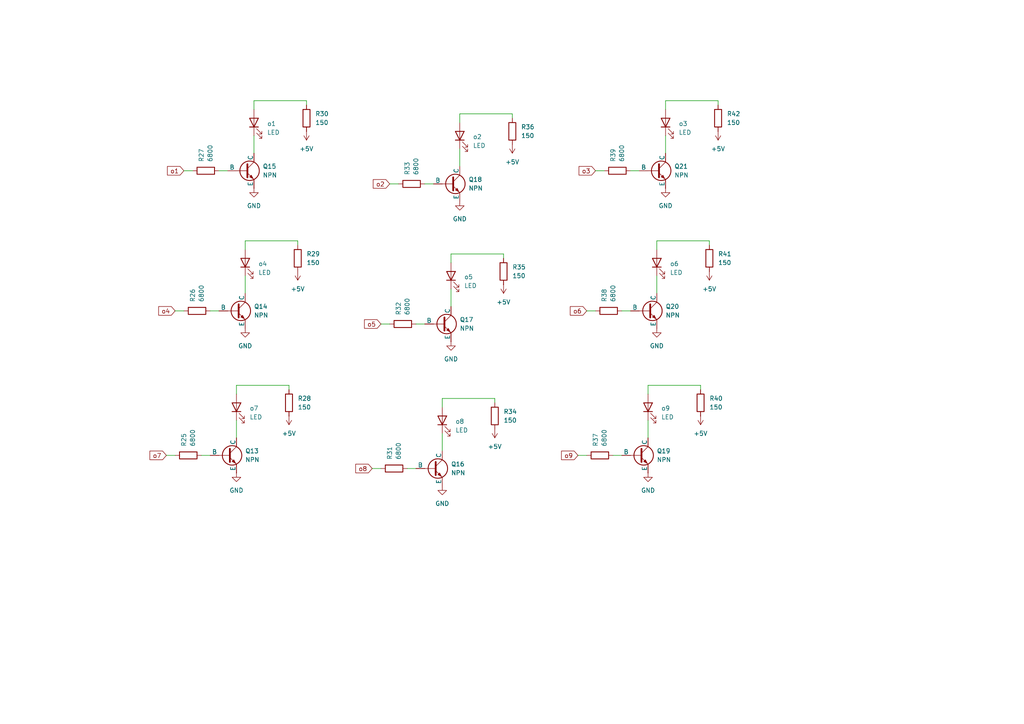
<source format=kicad_sch>
(kicad_sch
	(version 20250114)
	(generator "eeschema")
	(generator_version "9.0")
	(uuid "6136a564-5352-4d7c-b7f4-142f7c447395")
	(paper "A4")
	(lib_symbols
		(symbol "Device:LED"
			(pin_numbers
				(hide yes)
			)
			(pin_names
				(offset 1.016)
				(hide yes)
			)
			(exclude_from_sim no)
			(in_bom yes)
			(on_board yes)
			(property "Reference" "D"
				(at 0 2.54 0)
				(effects
					(font
						(size 1.27 1.27)
					)
				)
			)
			(property "Value" "LED"
				(at 0 -2.54 0)
				(effects
					(font
						(size 1.27 1.27)
					)
				)
			)
			(property "Footprint" ""
				(at 0 0 0)
				(effects
					(font
						(size 1.27 1.27)
					)
					(hide yes)
				)
			)
			(property "Datasheet" "~"
				(at 0 0 0)
				(effects
					(font
						(size 1.27 1.27)
					)
					(hide yes)
				)
			)
			(property "Description" "Light emitting diode"
				(at 0 0 0)
				(effects
					(font
						(size 1.27 1.27)
					)
					(hide yes)
				)
			)
			(property "Sim.Pins" "1=K 2=A"
				(at 0 0 0)
				(effects
					(font
						(size 1.27 1.27)
					)
					(hide yes)
				)
			)
			(property "ki_keywords" "LED diode"
				(at 0 0 0)
				(effects
					(font
						(size 1.27 1.27)
					)
					(hide yes)
				)
			)
			(property "ki_fp_filters" "LED* LED_SMD:* LED_THT:*"
				(at 0 0 0)
				(effects
					(font
						(size 1.27 1.27)
					)
					(hide yes)
				)
			)
			(symbol "LED_0_1"
				(polyline
					(pts
						(xy -3.048 -0.762) (xy -4.572 -2.286) (xy -3.81 -2.286) (xy -4.572 -2.286) (xy -4.572 -1.524)
					)
					(stroke
						(width 0)
						(type default)
					)
					(fill
						(type none)
					)
				)
				(polyline
					(pts
						(xy -1.778 -0.762) (xy -3.302 -2.286) (xy -2.54 -2.286) (xy -3.302 -2.286) (xy -3.302 -1.524)
					)
					(stroke
						(width 0)
						(type default)
					)
					(fill
						(type none)
					)
				)
				(polyline
					(pts
						(xy -1.27 0) (xy 1.27 0)
					)
					(stroke
						(width 0)
						(type default)
					)
					(fill
						(type none)
					)
				)
				(polyline
					(pts
						(xy -1.27 -1.27) (xy -1.27 1.27)
					)
					(stroke
						(width 0.254)
						(type default)
					)
					(fill
						(type none)
					)
				)
				(polyline
					(pts
						(xy 1.27 -1.27) (xy 1.27 1.27) (xy -1.27 0) (xy 1.27 -1.27)
					)
					(stroke
						(width 0.254)
						(type default)
					)
					(fill
						(type none)
					)
				)
			)
			(symbol "LED_1_1"
				(pin passive line
					(at -3.81 0 0)
					(length 2.54)
					(name "K"
						(effects
							(font
								(size 1.27 1.27)
							)
						)
					)
					(number "1"
						(effects
							(font
								(size 1.27 1.27)
							)
						)
					)
				)
				(pin passive line
					(at 3.81 0 180)
					(length 2.54)
					(name "A"
						(effects
							(font
								(size 1.27 1.27)
							)
						)
					)
					(number "2"
						(effects
							(font
								(size 1.27 1.27)
							)
						)
					)
				)
			)
			(embedded_fonts no)
		)
		(symbol "Device:R"
			(pin_numbers
				(hide yes)
			)
			(pin_names
				(offset 0)
			)
			(exclude_from_sim no)
			(in_bom yes)
			(on_board yes)
			(property "Reference" "R"
				(at 2.032 0 90)
				(effects
					(font
						(size 1.27 1.27)
					)
				)
			)
			(property "Value" "R"
				(at 0 0 90)
				(effects
					(font
						(size 1.27 1.27)
					)
				)
			)
			(property "Footprint" ""
				(at -1.778 0 90)
				(effects
					(font
						(size 1.27 1.27)
					)
					(hide yes)
				)
			)
			(property "Datasheet" "~"
				(at 0 0 0)
				(effects
					(font
						(size 1.27 1.27)
					)
					(hide yes)
				)
			)
			(property "Description" "Resistor"
				(at 0 0 0)
				(effects
					(font
						(size 1.27 1.27)
					)
					(hide yes)
				)
			)
			(property "ki_keywords" "R res resistor"
				(at 0 0 0)
				(effects
					(font
						(size 1.27 1.27)
					)
					(hide yes)
				)
			)
			(property "ki_fp_filters" "R_*"
				(at 0 0 0)
				(effects
					(font
						(size 1.27 1.27)
					)
					(hide yes)
				)
			)
			(symbol "R_0_1"
				(rectangle
					(start -1.016 -2.54)
					(end 1.016 2.54)
					(stroke
						(width 0.254)
						(type default)
					)
					(fill
						(type none)
					)
				)
			)
			(symbol "R_1_1"
				(pin passive line
					(at 0 3.81 270)
					(length 1.27)
					(name "~"
						(effects
							(font
								(size 1.27 1.27)
							)
						)
					)
					(number "1"
						(effects
							(font
								(size 1.27 1.27)
							)
						)
					)
				)
				(pin passive line
					(at 0 -3.81 90)
					(length 1.27)
					(name "~"
						(effects
							(font
								(size 1.27 1.27)
							)
						)
					)
					(number "2"
						(effects
							(font
								(size 1.27 1.27)
							)
						)
					)
				)
			)
			(embedded_fonts no)
		)
		(symbol "Simulation_SPICE:NPN"
			(pin_numbers
				(hide yes)
			)
			(pin_names
				(offset 0)
			)
			(exclude_from_sim no)
			(in_bom yes)
			(on_board yes)
			(property "Reference" "Q"
				(at -2.54 7.62 0)
				(effects
					(font
						(size 1.27 1.27)
					)
				)
			)
			(property "Value" "NPN"
				(at -2.54 5.08 0)
				(effects
					(font
						(size 1.27 1.27)
					)
				)
			)
			(property "Footprint" ""
				(at 63.5 0 0)
				(effects
					(font
						(size 1.27 1.27)
					)
					(hide yes)
				)
			)
			(property "Datasheet" "https://ngspice.sourceforge.io/docs/ngspice-html-manual/manual.xhtml#cha_BJTs"
				(at 63.5 0 0)
				(effects
					(font
						(size 1.27 1.27)
					)
					(hide yes)
				)
			)
			(property "Description" "Bipolar transistor symbol for simulation only, substrate tied to the emitter"
				(at 0 0 0)
				(effects
					(font
						(size 1.27 1.27)
					)
					(hide yes)
				)
			)
			(property "Sim.Device" "NPN"
				(at 0 0 0)
				(effects
					(font
						(size 1.27 1.27)
					)
					(hide yes)
				)
			)
			(property "Sim.Type" "GUMMELPOON"
				(at 0 0 0)
				(effects
					(font
						(size 1.27 1.27)
					)
					(hide yes)
				)
			)
			(property "Sim.Pins" "1=C 2=B 3=E"
				(at 0 0 0)
				(effects
					(font
						(size 1.27 1.27)
					)
					(hide yes)
				)
			)
			(property "ki_keywords" "simulation"
				(at 0 0 0)
				(effects
					(font
						(size 1.27 1.27)
					)
					(hide yes)
				)
			)
			(symbol "NPN_0_1"
				(polyline
					(pts
						(xy -2.54 0) (xy 0.635 0)
					)
					(stroke
						(width 0.1524)
						(type default)
					)
					(fill
						(type none)
					)
				)
				(polyline
					(pts
						(xy 0.635 1.905) (xy 0.635 -1.905) (xy 0.635 -1.905)
					)
					(stroke
						(width 0.508)
						(type default)
					)
					(fill
						(type none)
					)
				)
				(polyline
					(pts
						(xy 0.635 0.635) (xy 2.54 2.54)
					)
					(stroke
						(width 0)
						(type default)
					)
					(fill
						(type none)
					)
				)
				(polyline
					(pts
						(xy 0.635 -0.635) (xy 2.54 -2.54) (xy 2.54 -2.54)
					)
					(stroke
						(width 0)
						(type default)
					)
					(fill
						(type none)
					)
				)
				(circle
					(center 1.27 0)
					(radius 2.8194)
					(stroke
						(width 0.254)
						(type default)
					)
					(fill
						(type none)
					)
				)
				(polyline
					(pts
						(xy 1.27 -1.778) (xy 1.778 -1.27) (xy 2.286 -2.286) (xy 1.27 -1.778) (xy 1.27 -1.778)
					)
					(stroke
						(width 0)
						(type default)
					)
					(fill
						(type outline)
					)
				)
				(polyline
					(pts
						(xy 2.794 -1.27) (xy 2.794 -1.27)
					)
					(stroke
						(width 0.1524)
						(type default)
					)
					(fill
						(type none)
					)
				)
				(polyline
					(pts
						(xy 2.794 -1.27) (xy 2.794 -1.27)
					)
					(stroke
						(width 0.1524)
						(type default)
					)
					(fill
						(type none)
					)
				)
			)
			(symbol "NPN_1_1"
				(pin input line
					(at -5.08 0 0)
					(length 2.54)
					(name "B"
						(effects
							(font
								(size 1.27 1.27)
							)
						)
					)
					(number "2"
						(effects
							(font
								(size 1.27 1.27)
							)
						)
					)
				)
				(pin open_collector line
					(at 2.54 5.08 270)
					(length 2.54)
					(name "C"
						(effects
							(font
								(size 1.27 1.27)
							)
						)
					)
					(number "1"
						(effects
							(font
								(size 1.27 1.27)
							)
						)
					)
				)
				(pin open_emitter line
					(at 2.54 -5.08 90)
					(length 2.54)
					(name "E"
						(effects
							(font
								(size 1.27 1.27)
							)
						)
					)
					(number "3"
						(effects
							(font
								(size 1.27 1.27)
							)
						)
					)
				)
			)
			(embedded_fonts no)
		)
		(symbol "power:+5V"
			(power)
			(pin_numbers
				(hide yes)
			)
			(pin_names
				(offset 0)
				(hide yes)
			)
			(exclude_from_sim no)
			(in_bom yes)
			(on_board yes)
			(property "Reference" "#PWR"
				(at 0 -3.81 0)
				(effects
					(font
						(size 1.27 1.27)
					)
					(hide yes)
				)
			)
			(property "Value" "+5V"
				(at 0 3.556 0)
				(effects
					(font
						(size 1.27 1.27)
					)
				)
			)
			(property "Footprint" ""
				(at 0 0 0)
				(effects
					(font
						(size 1.27 1.27)
					)
					(hide yes)
				)
			)
			(property "Datasheet" ""
				(at 0 0 0)
				(effects
					(font
						(size 1.27 1.27)
					)
					(hide yes)
				)
			)
			(property "Description" "Power symbol creates a global label with name \"+5V\""
				(at 0 0 0)
				(effects
					(font
						(size 1.27 1.27)
					)
					(hide yes)
				)
			)
			(property "ki_keywords" "global power"
				(at 0 0 0)
				(effects
					(font
						(size 1.27 1.27)
					)
					(hide yes)
				)
			)
			(symbol "+5V_0_1"
				(polyline
					(pts
						(xy -0.762 1.27) (xy 0 2.54)
					)
					(stroke
						(width 0)
						(type default)
					)
					(fill
						(type none)
					)
				)
				(polyline
					(pts
						(xy 0 2.54) (xy 0.762 1.27)
					)
					(stroke
						(width 0)
						(type default)
					)
					(fill
						(type none)
					)
				)
				(polyline
					(pts
						(xy 0 0) (xy 0 2.54)
					)
					(stroke
						(width 0)
						(type default)
					)
					(fill
						(type none)
					)
				)
			)
			(symbol "+5V_1_1"
				(pin power_in line
					(at 0 0 90)
					(length 0)
					(name "~"
						(effects
							(font
								(size 1.27 1.27)
							)
						)
					)
					(number "1"
						(effects
							(font
								(size 1.27 1.27)
							)
						)
					)
				)
			)
			(embedded_fonts no)
		)
		(symbol "power:GND"
			(power)
			(pin_numbers
				(hide yes)
			)
			(pin_names
				(offset 0)
				(hide yes)
			)
			(exclude_from_sim no)
			(in_bom yes)
			(on_board yes)
			(property "Reference" "#PWR"
				(at 0 -6.35 0)
				(effects
					(font
						(size 1.27 1.27)
					)
					(hide yes)
				)
			)
			(property "Value" "GND"
				(at 0 -3.81 0)
				(effects
					(font
						(size 1.27 1.27)
					)
				)
			)
			(property "Footprint" ""
				(at 0 0 0)
				(effects
					(font
						(size 1.27 1.27)
					)
					(hide yes)
				)
			)
			(property "Datasheet" ""
				(at 0 0 0)
				(effects
					(font
						(size 1.27 1.27)
					)
					(hide yes)
				)
			)
			(property "Description" "Power symbol creates a global label with name \"GND\" , ground"
				(at 0 0 0)
				(effects
					(font
						(size 1.27 1.27)
					)
					(hide yes)
				)
			)
			(property "ki_keywords" "global power"
				(at 0 0 0)
				(effects
					(font
						(size 1.27 1.27)
					)
					(hide yes)
				)
			)
			(symbol "GND_0_1"
				(polyline
					(pts
						(xy 0 0) (xy 0 -1.27) (xy 1.27 -1.27) (xy 0 -2.54) (xy -1.27 -1.27) (xy 0 -1.27)
					)
					(stroke
						(width 0)
						(type default)
					)
					(fill
						(type none)
					)
				)
			)
			(symbol "GND_1_1"
				(pin power_in line
					(at 0 0 270)
					(length 0)
					(name "~"
						(effects
							(font
								(size 1.27 1.27)
							)
						)
					)
					(number "1"
						(effects
							(font
								(size 1.27 1.27)
							)
						)
					)
				)
			)
			(embedded_fonts no)
		)
	)
	(wire
		(pts
			(xy 190.5 72.39) (xy 190.5 69.85)
		)
		(stroke
			(width 0)
			(type default)
		)
		(uuid "00ced0c8-05a3-481d-a7c2-e8def00c4bfd")
	)
	(wire
		(pts
			(xy 68.58 114.3) (xy 68.58 111.76)
		)
		(stroke
			(width 0)
			(type default)
		)
		(uuid "03ee6da4-772d-40e3-80e9-5861d82ffaf8")
	)
	(wire
		(pts
			(xy 170.18 90.17) (xy 172.72 90.17)
		)
		(stroke
			(width 0)
			(type default)
		)
		(uuid "0ce760e4-855e-4c18-9be6-85a895dd226b")
	)
	(wire
		(pts
			(xy 71.12 80.01) (xy 71.12 85.09)
		)
		(stroke
			(width 0)
			(type default)
		)
		(uuid "0f418ebc-a0fc-4f87-95bb-f3df83f20e55")
	)
	(wire
		(pts
			(xy 133.35 35.56) (xy 133.35 33.02)
		)
		(stroke
			(width 0)
			(type default)
		)
		(uuid "11f5dc4e-9170-4daf-9664-4139caa78123")
	)
	(wire
		(pts
			(xy 193.04 29.21) (xy 208.28 29.21)
		)
		(stroke
			(width 0)
			(type default)
		)
		(uuid "1781b535-fa10-4404-bc69-2237957b0fc0")
	)
	(wire
		(pts
			(xy 110.49 93.98) (xy 113.03 93.98)
		)
		(stroke
			(width 0)
			(type default)
		)
		(uuid "2e757694-a17a-4f75-b6e5-c75c96c6d70c")
	)
	(wire
		(pts
			(xy 182.88 49.53) (xy 185.42 49.53)
		)
		(stroke
			(width 0)
			(type default)
		)
		(uuid "3359984a-3666-4e1f-8ab7-99d83ca226a1")
	)
	(wire
		(pts
			(xy 133.35 43.18) (xy 133.35 48.26)
		)
		(stroke
			(width 0)
			(type default)
		)
		(uuid "378c9a59-bda1-49c1-b315-72fcff4b0831")
	)
	(wire
		(pts
			(xy 148.59 33.02) (xy 148.59 34.29)
		)
		(stroke
			(width 0)
			(type default)
		)
		(uuid "379c0fa1-640b-4ca5-8cf2-a19dba07a36d")
	)
	(wire
		(pts
			(xy 107.95 135.89) (xy 110.49 135.89)
		)
		(stroke
			(width 0)
			(type default)
		)
		(uuid "3cd00828-ca98-4e7e-9117-f5cfe06e1651")
	)
	(wire
		(pts
			(xy 172.72 49.53) (xy 175.26 49.53)
		)
		(stroke
			(width 0)
			(type default)
		)
		(uuid "41897682-08ed-496f-9311-a537f52b6a37")
	)
	(wire
		(pts
			(xy 58.42 132.08) (xy 60.96 132.08)
		)
		(stroke
			(width 0)
			(type default)
		)
		(uuid "4c1641a4-a61c-4f97-b281-a38dc7251e3e")
	)
	(wire
		(pts
			(xy 203.2 111.76) (xy 203.2 113.03)
		)
		(stroke
			(width 0)
			(type default)
		)
		(uuid "508ce2ef-43e3-4f64-b759-227fc9292fd6")
	)
	(wire
		(pts
			(xy 167.64 132.08) (xy 170.18 132.08)
		)
		(stroke
			(width 0)
			(type default)
		)
		(uuid "5441d7ca-3d52-4a6d-bf8c-7f341aa7f3cf")
	)
	(wire
		(pts
			(xy 73.66 29.21) (xy 88.9 29.21)
		)
		(stroke
			(width 0)
			(type default)
		)
		(uuid "55fffcc2-961f-4a2c-9ffb-35fe2b0bd05a")
	)
	(wire
		(pts
			(xy 205.74 69.85) (xy 205.74 71.12)
		)
		(stroke
			(width 0)
			(type default)
		)
		(uuid "58524d44-3543-47b0-a7c2-821fb163a662")
	)
	(wire
		(pts
			(xy 177.8 132.08) (xy 180.34 132.08)
		)
		(stroke
			(width 0)
			(type default)
		)
		(uuid "5b86fe90-d890-4766-85ec-fbfdef5d7931")
	)
	(wire
		(pts
			(xy 48.26 132.08) (xy 50.8 132.08)
		)
		(stroke
			(width 0)
			(type default)
		)
		(uuid "5b89addc-3505-4de2-baca-ec87173896c8")
	)
	(wire
		(pts
			(xy 130.81 73.66) (xy 146.05 73.66)
		)
		(stroke
			(width 0)
			(type default)
		)
		(uuid "5d99f9b2-8f6c-4e84-9791-81125efb7fb4")
	)
	(wire
		(pts
			(xy 73.66 31.75) (xy 73.66 29.21)
		)
		(stroke
			(width 0)
			(type default)
		)
		(uuid "5e541c46-fd7e-4e94-8c15-19c6852f3f9d")
	)
	(wire
		(pts
			(xy 187.96 111.76) (xy 203.2 111.76)
		)
		(stroke
			(width 0)
			(type default)
		)
		(uuid "604f5085-8f84-40f5-8096-ea3254d0156d")
	)
	(wire
		(pts
			(xy 68.58 121.92) (xy 68.58 127)
		)
		(stroke
			(width 0)
			(type default)
		)
		(uuid "6743a452-ffcf-4f59-980e-a6badd4ab22e")
	)
	(wire
		(pts
			(xy 187.96 114.3) (xy 187.96 111.76)
		)
		(stroke
			(width 0)
			(type default)
		)
		(uuid "753be931-ad5f-4405-b672-b14b2d6f695a")
	)
	(wire
		(pts
			(xy 71.12 72.39) (xy 71.12 69.85)
		)
		(stroke
			(width 0)
			(type default)
		)
		(uuid "7a9b6c29-814e-470b-8ae0-efb852128d4f")
	)
	(wire
		(pts
			(xy 208.28 29.21) (xy 208.28 30.48)
		)
		(stroke
			(width 0)
			(type default)
		)
		(uuid "833e9848-a576-4428-849e-4e4fd9c91731")
	)
	(wire
		(pts
			(xy 128.27 125.73) (xy 128.27 130.81)
		)
		(stroke
			(width 0)
			(type default)
		)
		(uuid "8638b4db-e515-4ccd-ad4b-d46ccf95d848")
	)
	(wire
		(pts
			(xy 187.96 121.92) (xy 187.96 127)
		)
		(stroke
			(width 0)
			(type default)
		)
		(uuid "8b8ef431-e03d-465b-b4eb-930b681646e6")
	)
	(wire
		(pts
			(xy 128.27 118.11) (xy 128.27 115.57)
		)
		(stroke
			(width 0)
			(type default)
		)
		(uuid "949d6eea-aecb-46a1-90e0-9880babedc61")
	)
	(wire
		(pts
			(xy 63.5 49.53) (xy 66.04 49.53)
		)
		(stroke
			(width 0)
			(type default)
		)
		(uuid "96f9846b-aad0-4c98-9351-ee5382dcae1d")
	)
	(wire
		(pts
			(xy 123.19 53.34) (xy 125.73 53.34)
		)
		(stroke
			(width 0)
			(type default)
		)
		(uuid "98738279-f947-498e-b746-38e051e98f3a")
	)
	(wire
		(pts
			(xy 190.5 69.85) (xy 205.74 69.85)
		)
		(stroke
			(width 0)
			(type default)
		)
		(uuid "9b34ddc5-5b68-4819-9b11-f7f71d87f053")
	)
	(wire
		(pts
			(xy 86.36 69.85) (xy 86.36 71.12)
		)
		(stroke
			(width 0)
			(type default)
		)
		(uuid "a4041bb9-d54a-4045-8e97-efabf2c0009a")
	)
	(wire
		(pts
			(xy 190.5 80.01) (xy 190.5 85.09)
		)
		(stroke
			(width 0)
			(type default)
		)
		(uuid "a97ed785-f32e-4d98-9db8-c1677ef8d5d6")
	)
	(wire
		(pts
			(xy 60.96 90.17) (xy 63.5 90.17)
		)
		(stroke
			(width 0)
			(type default)
		)
		(uuid "b016dac3-cf0b-4ca1-850e-005c39b393af")
	)
	(wire
		(pts
			(xy 193.04 39.37) (xy 193.04 44.45)
		)
		(stroke
			(width 0)
			(type default)
		)
		(uuid "b0bb10d4-752b-4bbc-8edb-9fe16422332c")
	)
	(wire
		(pts
			(xy 193.04 31.75) (xy 193.04 29.21)
		)
		(stroke
			(width 0)
			(type default)
		)
		(uuid "b997cf19-6ead-42ca-a035-4725352b7f5f")
	)
	(wire
		(pts
			(xy 88.9 29.21) (xy 88.9 30.48)
		)
		(stroke
			(width 0)
			(type default)
		)
		(uuid "bb321368-f1d8-4df2-9505-caa126f8226f")
	)
	(wire
		(pts
			(xy 118.11 135.89) (xy 120.65 135.89)
		)
		(stroke
			(width 0)
			(type default)
		)
		(uuid "be972749-cb10-4f03-ba3c-0a478fec1805")
	)
	(wire
		(pts
			(xy 53.34 49.53) (xy 55.88 49.53)
		)
		(stroke
			(width 0)
			(type default)
		)
		(uuid "c21b76d6-08d4-469a-9134-3d7daf248f5d")
	)
	(wire
		(pts
			(xy 143.51 115.57) (xy 143.51 116.84)
		)
		(stroke
			(width 0)
			(type default)
		)
		(uuid "c4910a27-fa12-4538-8a24-988ddb0471f1")
	)
	(wire
		(pts
			(xy 120.65 93.98) (xy 123.19 93.98)
		)
		(stroke
			(width 0)
			(type default)
		)
		(uuid "c4c9f88d-7afa-465e-b32d-4cccf51fe60f")
	)
	(wire
		(pts
			(xy 50.8 90.17) (xy 53.34 90.17)
		)
		(stroke
			(width 0)
			(type default)
		)
		(uuid "cbab0a52-bb99-44c8-90cf-33f86b4706cd")
	)
	(wire
		(pts
			(xy 113.03 53.34) (xy 115.57 53.34)
		)
		(stroke
			(width 0)
			(type default)
		)
		(uuid "cc0d0ccf-f8b0-4951-ad7f-f5813fca8017")
	)
	(wire
		(pts
			(xy 133.35 33.02) (xy 148.59 33.02)
		)
		(stroke
			(width 0)
			(type default)
		)
		(uuid "ccfe161b-4fef-445f-ae21-415a4ca026f4")
	)
	(wire
		(pts
			(xy 71.12 69.85) (xy 86.36 69.85)
		)
		(stroke
			(width 0)
			(type default)
		)
		(uuid "d236332c-9de5-4fa5-804e-151b4d532d9d")
	)
	(wire
		(pts
			(xy 68.58 111.76) (xy 83.82 111.76)
		)
		(stroke
			(width 0)
			(type default)
		)
		(uuid "d28734c1-0a96-4feb-b5ef-506315a66a66")
	)
	(wire
		(pts
			(xy 128.27 115.57) (xy 143.51 115.57)
		)
		(stroke
			(width 0)
			(type default)
		)
		(uuid "d44f6076-6cf1-45d7-a976-8c6ebf5f2928")
	)
	(wire
		(pts
			(xy 130.81 83.82) (xy 130.81 88.9)
		)
		(stroke
			(width 0)
			(type default)
		)
		(uuid "d45fbf21-f5d9-4453-a23c-abb312ee5bbb")
	)
	(wire
		(pts
			(xy 180.34 90.17) (xy 182.88 90.17)
		)
		(stroke
			(width 0)
			(type default)
		)
		(uuid "e55c2df8-9471-4018-9de7-88c2195c0c41")
	)
	(wire
		(pts
			(xy 73.66 39.37) (xy 73.66 44.45)
		)
		(stroke
			(width 0)
			(type default)
		)
		(uuid "eada9e67-aabe-4f2d-ad33-8dc7c423a83f")
	)
	(wire
		(pts
			(xy 146.05 73.66) (xy 146.05 74.93)
		)
		(stroke
			(width 0)
			(type default)
		)
		(uuid "edbef33a-f84d-47d2-bd54-588d2e872e70")
	)
	(wire
		(pts
			(xy 130.81 76.2) (xy 130.81 73.66)
		)
		(stroke
			(width 0)
			(type default)
		)
		(uuid "f59e44f1-62d6-47a8-845d-805cf27a17c7")
	)
	(wire
		(pts
			(xy 83.82 111.76) (xy 83.82 113.03)
		)
		(stroke
			(width 0)
			(type default)
		)
		(uuid "fa9f2e16-4a42-45b9-b36b-caa6811ca58d")
	)
	(global_label "o3"
		(shape input)
		(at 172.72 49.53 180)
		(fields_autoplaced yes)
		(effects
			(font
				(size 1.27 1.27)
			)
			(justify right)
		)
		(uuid "20cab74c-ad57-4d04-911b-6f5aa26fb6be")
		(property "Intersheetrefs" "${INTERSHEET_REFS}"
			(at 167.3763 49.53 0)
			(effects
				(font
					(size 1.27 1.27)
				)
				(justify right)
				(hide yes)
			)
		)
	)
	(global_label "o7"
		(shape input)
		(at 48.26 132.08 180)
		(fields_autoplaced yes)
		(effects
			(font
				(size 1.27 1.27)
			)
			(justify right)
		)
		(uuid "3ac4e82a-f0f8-4cb4-9ef3-c3fb32bdf91f")
		(property "Intersheetrefs" "${INTERSHEET_REFS}"
			(at 42.9163 132.08 0)
			(effects
				(font
					(size 1.27 1.27)
				)
				(justify right)
				(hide yes)
			)
		)
	)
	(global_label "o9"
		(shape input)
		(at 167.64 132.08 180)
		(fields_autoplaced yes)
		(effects
			(font
				(size 1.27 1.27)
			)
			(justify right)
		)
		(uuid "4584445c-c79a-4357-997a-e0934e789853")
		(property "Intersheetrefs" "${INTERSHEET_REFS}"
			(at 162.2963 132.08 0)
			(effects
				(font
					(size 1.27 1.27)
				)
				(justify right)
				(hide yes)
			)
		)
	)
	(global_label "o4"
		(shape input)
		(at 50.8 90.17 180)
		(fields_autoplaced yes)
		(effects
			(font
				(size 1.27 1.27)
			)
			(justify right)
		)
		(uuid "ba62692f-9ef5-405a-9f0a-79f99b1767aa")
		(property "Intersheetrefs" "${INTERSHEET_REFS}"
			(at 45.4563 90.17 0)
			(effects
				(font
					(size 1.27 1.27)
				)
				(justify right)
				(hide yes)
			)
		)
	)
	(global_label "o5"
		(shape input)
		(at 110.49 93.98 180)
		(fields_autoplaced yes)
		(effects
			(font
				(size 1.27 1.27)
			)
			(justify right)
		)
		(uuid "c962bed9-a819-4192-9f5c-443f5e129499")
		(property "Intersheetrefs" "${INTERSHEET_REFS}"
			(at 105.1463 93.98 0)
			(effects
				(font
					(size 1.27 1.27)
				)
				(justify right)
				(hide yes)
			)
		)
	)
	(global_label "o1"
		(shape input)
		(at 53.34 49.53 180)
		(fields_autoplaced yes)
		(effects
			(font
				(size 1.27 1.27)
			)
			(justify right)
		)
		(uuid "d8f16dc5-eaae-44fc-91f5-6d4dd2a84588")
		(property "Intersheetrefs" "${INTERSHEET_REFS}"
			(at 47.9963 49.53 0)
			(effects
				(font
					(size 1.27 1.27)
				)
				(justify right)
				(hide yes)
			)
		)
	)
	(global_label "o2"
		(shape input)
		(at 113.03 53.34 180)
		(fields_autoplaced yes)
		(effects
			(font
				(size 1.27 1.27)
			)
			(justify right)
		)
		(uuid "e33f4a6d-afa7-43c6-9684-e5a71071f556")
		(property "Intersheetrefs" "${INTERSHEET_REFS}"
			(at 107.6863 53.34 0)
			(effects
				(font
					(size 1.27 1.27)
				)
				(justify right)
				(hide yes)
			)
		)
	)
	(global_label "o6"
		(shape input)
		(at 170.18 90.17 180)
		(fields_autoplaced yes)
		(effects
			(font
				(size 1.27 1.27)
			)
			(justify right)
		)
		(uuid "e7bc9fd0-c643-4903-a11d-90205be3bae3")
		(property "Intersheetrefs" "${INTERSHEET_REFS}"
			(at 164.8363 90.17 0)
			(effects
				(font
					(size 1.27 1.27)
				)
				(justify right)
				(hide yes)
			)
		)
	)
	(global_label "o8"
		(shape input)
		(at 107.95 135.89 180)
		(fields_autoplaced yes)
		(effects
			(font
				(size 1.27 1.27)
			)
			(justify right)
		)
		(uuid "eafad76c-bb72-4dd2-bd8e-ac2596fc6c4c")
		(property "Intersheetrefs" "${INTERSHEET_REFS}"
			(at 102.6063 135.89 0)
			(effects
				(font
					(size 1.27 1.27)
				)
				(justify right)
				(hide yes)
			)
		)
	)
	(symbol
		(lib_id "Simulation_SPICE:NPN")
		(at 66.04 132.08 0)
		(unit 1)
		(exclude_from_sim no)
		(in_bom yes)
		(on_board yes)
		(dnp no)
		(fields_autoplaced yes)
		(uuid "019928dc-ba83-472b-abf7-52db3eee829f")
		(property "Reference" "Q13"
			(at 71.12 130.8099 0)
			(effects
				(font
					(size 1.27 1.27)
				)
				(justify left)
			)
		)
		(property "Value" "NPN"
			(at 71.12 133.3499 0)
			(effects
				(font
					(size 1.27 1.27)
				)
				(justify left)
			)
		)
		(property "Footprint" "Package_TO_SOT_THT:TO-92_Inline"
			(at 129.54 132.08 0)
			(effects
				(font
					(size 1.27 1.27)
				)
				(hide yes)
			)
		)
		(property "Datasheet" "https://ngspice.sourceforge.io/docs/ngspice-html-manual/manual.xhtml#cha_BJTs"
			(at 129.54 132.08 0)
			(effects
				(font
					(size 1.27 1.27)
				)
				(hide yes)
			)
		)
		(property "Description" "Bipolar transistor symbol for simulation only, substrate tied to the emitter"
			(at 66.04 132.08 0)
			(effects
				(font
					(size 1.27 1.27)
				)
				(hide yes)
			)
		)
		(property "Sim.Device" "NPN"
			(at 66.04 132.08 0)
			(effects
				(font
					(size 1.27 1.27)
				)
				(hide yes)
			)
		)
		(property "Sim.Type" "GUMMELPOON"
			(at 66.04 132.08 0)
			(effects
				(font
					(size 1.27 1.27)
				)
				(hide yes)
			)
		)
		(property "Sim.Pins" "1=C 2=B 3=E"
			(at 66.04 132.08 0)
			(effects
				(font
					(size 1.27 1.27)
				)
				(hide yes)
			)
		)
		(pin "2"
			(uuid "0554c872-276c-4607-9c59-7c6ec2d91532")
		)
		(pin "3"
			(uuid "7b193154-233e-4a1d-9bd7-49e3f0bb37b2")
		)
		(pin "1"
			(uuid "45725931-ea59-4e1a-a536-4b80a598f33d")
		)
		(instances
			(project "DSD_Project"
				(path "/0f222bc9-c86a-4c26-921d-459394749d18/fa38e73d-9576-4d57-82ea-c234c7fb1378/c5fa162d-ce13-4af2-9ded-9bff1dffbadb"
					(reference "Q13")
					(unit 1)
				)
			)
		)
	)
	(symbol
		(lib_id "power:+5V")
		(at 205.74 78.74 180)
		(unit 1)
		(exclude_from_sim no)
		(in_bom yes)
		(on_board yes)
		(dnp no)
		(fields_autoplaced yes)
		(uuid "0db6346b-b11d-4b6f-87ef-c45ac9236b23")
		(property "Reference" "#PWR0154"
			(at 205.74 74.93 0)
			(effects
				(font
					(size 1.27 1.27)
				)
				(hide yes)
			)
		)
		(property "Value" "+5V"
			(at 205.74 83.82 0)
			(effects
				(font
					(size 1.27 1.27)
				)
			)
		)
		(property "Footprint" ""
			(at 205.74 78.74 0)
			(effects
				(font
					(size 1.27 1.27)
				)
				(hide yes)
			)
		)
		(property "Datasheet" ""
			(at 205.74 78.74 0)
			(effects
				(font
					(size 1.27 1.27)
				)
				(hide yes)
			)
		)
		(property "Description" "Power symbol creates a global label with name \"+5V\""
			(at 205.74 78.74 0)
			(effects
				(font
					(size 1.27 1.27)
				)
				(hide yes)
			)
		)
		(pin "1"
			(uuid "c46edf1f-ae79-4473-8e83-ece1b267c679")
		)
		(instances
			(project "DSD_Project"
				(path "/0f222bc9-c86a-4c26-921d-459394749d18/fa38e73d-9576-4d57-82ea-c234c7fb1378/c5fa162d-ce13-4af2-9ded-9bff1dffbadb"
					(reference "#PWR0154")
					(unit 1)
				)
			)
		)
	)
	(symbol
		(lib_id "power:GND")
		(at 193.04 54.61 0)
		(unit 1)
		(exclude_from_sim no)
		(in_bom yes)
		(on_board yes)
		(dnp no)
		(fields_autoplaced yes)
		(uuid "1020ad9d-0f18-4bd3-a4e8-68ad7ebae1c4")
		(property "Reference" "#PWR0152"
			(at 193.04 60.96 0)
			(effects
				(font
					(size 1.27 1.27)
				)
				(hide yes)
			)
		)
		(property "Value" "GND"
			(at 193.04 59.69 0)
			(effects
				(font
					(size 1.27 1.27)
				)
			)
		)
		(property "Footprint" ""
			(at 193.04 54.61 0)
			(effects
				(font
					(size 1.27 1.27)
				)
				(hide yes)
			)
		)
		(property "Datasheet" ""
			(at 193.04 54.61 0)
			(effects
				(font
					(size 1.27 1.27)
				)
				(hide yes)
			)
		)
		(property "Description" "Power symbol creates a global label with name \"GND\" , ground"
			(at 193.04 54.61 0)
			(effects
				(font
					(size 1.27 1.27)
				)
				(hide yes)
			)
		)
		(pin "1"
			(uuid "62f863d3-982a-4c70-b3b6-90567816cf74")
		)
		(instances
			(project "DSD_Project"
				(path "/0f222bc9-c86a-4c26-921d-459394749d18/fa38e73d-9576-4d57-82ea-c234c7fb1378/c5fa162d-ce13-4af2-9ded-9bff1dffbadb"
					(reference "#PWR0152")
					(unit 1)
				)
			)
		)
	)
	(symbol
		(lib_id "Simulation_SPICE:NPN")
		(at 130.81 53.34 0)
		(unit 1)
		(exclude_from_sim no)
		(in_bom yes)
		(on_board yes)
		(dnp no)
		(fields_autoplaced yes)
		(uuid "12bb80b2-0acd-4828-ac26-cf267ff6b7c3")
		(property "Reference" "Q18"
			(at 135.89 52.0699 0)
			(effects
				(font
					(size 1.27 1.27)
				)
				(justify left)
			)
		)
		(property "Value" "NPN"
			(at 135.89 54.6099 0)
			(effects
				(font
					(size 1.27 1.27)
				)
				(justify left)
			)
		)
		(property "Footprint" "Package_TO_SOT_THT:TO-92_Inline"
			(at 194.31 53.34 0)
			(effects
				(font
					(size 1.27 1.27)
				)
				(hide yes)
			)
		)
		(property "Datasheet" "https://ngspice.sourceforge.io/docs/ngspice-html-manual/manual.xhtml#cha_BJTs"
			(at 194.31 53.34 0)
			(effects
				(font
					(size 1.27 1.27)
				)
				(hide yes)
			)
		)
		(property "Description" "Bipolar transistor symbol for simulation only, substrate tied to the emitter"
			(at 130.81 53.34 0)
			(effects
				(font
					(size 1.27 1.27)
				)
				(hide yes)
			)
		)
		(property "Sim.Device" "NPN"
			(at 130.81 53.34 0)
			(effects
				(font
					(size 1.27 1.27)
				)
				(hide yes)
			)
		)
		(property "Sim.Type" "GUMMELPOON"
			(at 130.81 53.34 0)
			(effects
				(font
					(size 1.27 1.27)
				)
				(hide yes)
			)
		)
		(property "Sim.Pins" "1=C 2=B 3=E"
			(at 130.81 53.34 0)
			(effects
				(font
					(size 1.27 1.27)
				)
				(hide yes)
			)
		)
		(pin "2"
			(uuid "74629837-2f6c-44b9-abac-cc61cd95ef84")
		)
		(pin "3"
			(uuid "57c7c37d-79e7-42c3-a7a1-e70bd6a61104")
		)
		(pin "1"
			(uuid "656e42a7-c9e2-4e0c-a579-a46f333f7495")
		)
		(instances
			(project "DSD_Project"
				(path "/0f222bc9-c86a-4c26-921d-459394749d18/fa38e73d-9576-4d57-82ea-c234c7fb1378/c5fa162d-ce13-4af2-9ded-9bff1dffbadb"
					(reference "Q18")
					(unit 1)
				)
			)
		)
	)
	(symbol
		(lib_id "power:+5V")
		(at 148.59 41.91 180)
		(unit 1)
		(exclude_from_sim no)
		(in_bom yes)
		(on_board yes)
		(dnp no)
		(fields_autoplaced yes)
		(uuid "14739131-40f8-4fb5-8b0c-1b304ebbdfa6")
		(property "Reference" "#PWR0149"
			(at 148.59 38.1 0)
			(effects
				(font
					(size 1.27 1.27)
				)
				(hide yes)
			)
		)
		(property "Value" "+5V"
			(at 148.59 46.99 0)
			(effects
				(font
					(size 1.27 1.27)
				)
			)
		)
		(property "Footprint" ""
			(at 148.59 41.91 0)
			(effects
				(font
					(size 1.27 1.27)
				)
				(hide yes)
			)
		)
		(property "Datasheet" ""
			(at 148.59 41.91 0)
			(effects
				(font
					(size 1.27 1.27)
				)
				(hide yes)
			)
		)
		(property "Description" "Power symbol creates a global label with name \"+5V\""
			(at 148.59 41.91 0)
			(effects
				(font
					(size 1.27 1.27)
				)
				(hide yes)
			)
		)
		(pin "1"
			(uuid "112dcbb3-fe97-4870-bb9e-8755a6a3acbd")
		)
		(instances
			(project "DSD_Project"
				(path "/0f222bc9-c86a-4c26-921d-459394749d18/fa38e73d-9576-4d57-82ea-c234c7fb1378/c5fa162d-ce13-4af2-9ded-9bff1dffbadb"
					(reference "#PWR0149")
					(unit 1)
				)
			)
		)
	)
	(symbol
		(lib_id "power:+5V")
		(at 86.36 78.74 180)
		(unit 1)
		(exclude_from_sim no)
		(in_bom yes)
		(on_board yes)
		(dnp no)
		(fields_autoplaced yes)
		(uuid "18da30f1-6338-479c-b3f0-8d3106e9a9f3")
		(property "Reference" "#PWR0142"
			(at 86.36 74.93 0)
			(effects
				(font
					(size 1.27 1.27)
				)
				(hide yes)
			)
		)
		(property "Value" "+5V"
			(at 86.36 83.82 0)
			(effects
				(font
					(size 1.27 1.27)
				)
			)
		)
		(property "Footprint" ""
			(at 86.36 78.74 0)
			(effects
				(font
					(size 1.27 1.27)
				)
				(hide yes)
			)
		)
		(property "Datasheet" ""
			(at 86.36 78.74 0)
			(effects
				(font
					(size 1.27 1.27)
				)
				(hide yes)
			)
		)
		(property "Description" "Power symbol creates a global label with name \"+5V\""
			(at 86.36 78.74 0)
			(effects
				(font
					(size 1.27 1.27)
				)
				(hide yes)
			)
		)
		(pin "1"
			(uuid "1677b667-374f-4b8b-83b8-d579871243e0")
		)
		(instances
			(project "DSD_Project"
				(path "/0f222bc9-c86a-4c26-921d-459394749d18/fa38e73d-9576-4d57-82ea-c234c7fb1378/c5fa162d-ce13-4af2-9ded-9bff1dffbadb"
					(reference "#PWR0142")
					(unit 1)
				)
			)
		)
	)
	(symbol
		(lib_id "Device:R")
		(at 59.69 49.53 90)
		(unit 1)
		(exclude_from_sim no)
		(in_bom yes)
		(on_board yes)
		(dnp no)
		(fields_autoplaced yes)
		(uuid "2236a982-f4af-40cd-88ca-394fe73e9a4e")
		(property "Reference" "R27"
			(at 58.4199 46.99 0)
			(effects
				(font
					(size 1.27 1.27)
				)
				(justify left)
			)
		)
		(property "Value" "6800"
			(at 60.9599 46.99 0)
			(effects
				(font
					(size 1.27 1.27)
				)
				(justify left)
			)
		)
		(property "Footprint" "Resistor_THT:R_Axial_DIN0309_L9.0mm_D3.2mm_P12.70mm_Horizontal"
			(at 59.69 51.308 90)
			(effects
				(font
					(size 1.27 1.27)
				)
				(hide yes)
			)
		)
		(property "Datasheet" "~"
			(at 59.69 49.53 0)
			(effects
				(font
					(size 1.27 1.27)
				)
				(hide yes)
			)
		)
		(property "Description" "Resistor"
			(at 59.69 49.53 0)
			(effects
				(font
					(size 1.27 1.27)
				)
				(hide yes)
			)
		)
		(pin "1"
			(uuid "1c2b054d-a5b4-442b-a014-056c5bece9e0")
		)
		(pin "2"
			(uuid "530c95ba-3eba-4731-938e-7c16bb6ac5ef")
		)
		(instances
			(project "DSD_Project"
				(path "/0f222bc9-c86a-4c26-921d-459394749d18/fa38e73d-9576-4d57-82ea-c234c7fb1378/c5fa162d-ce13-4af2-9ded-9bff1dffbadb"
					(reference "R27")
					(unit 1)
				)
			)
		)
	)
	(symbol
		(lib_id "Device:R")
		(at 86.36 74.93 0)
		(unit 1)
		(exclude_from_sim no)
		(in_bom yes)
		(on_board yes)
		(dnp no)
		(fields_autoplaced yes)
		(uuid "226a5c75-348b-471e-b379-dc69d9d73e59")
		(property "Reference" "R29"
			(at 88.9 73.6599 0)
			(effects
				(font
					(size 1.27 1.27)
				)
				(justify left)
			)
		)
		(property "Value" "150"
			(at 88.9 76.1999 0)
			(effects
				(font
					(size 1.27 1.27)
				)
				(justify left)
			)
		)
		(property "Footprint" "Resistor_THT:R_Axial_DIN0207_L6.3mm_D2.5mm_P7.62mm_Horizontal"
			(at 84.582 74.93 90)
			(effects
				(font
					(size 1.27 1.27)
				)
				(hide yes)
			)
		)
		(property "Datasheet" "~"
			(at 86.36 74.93 0)
			(effects
				(font
					(size 1.27 1.27)
				)
				(hide yes)
			)
		)
		(property "Description" "Resistor"
			(at 86.36 74.93 0)
			(effects
				(font
					(size 1.27 1.27)
				)
				(hide yes)
			)
		)
		(pin "1"
			(uuid "1a4eaeed-50bf-4e08-84c8-01517338a93d")
		)
		(pin "2"
			(uuid "b5dcd04b-2afe-4e1a-b066-1cb3b2457bc2")
		)
		(instances
			(project "DSD_Project"
				(path "/0f222bc9-c86a-4c26-921d-459394749d18/fa38e73d-9576-4d57-82ea-c234c7fb1378/c5fa162d-ce13-4af2-9ded-9bff1dffbadb"
					(reference "R29")
					(unit 1)
				)
			)
		)
	)
	(symbol
		(lib_id "power:GND")
		(at 187.96 137.16 0)
		(unit 1)
		(exclude_from_sim no)
		(in_bom yes)
		(on_board yes)
		(dnp no)
		(fields_autoplaced yes)
		(uuid "29a30af8-574a-44a9-976c-5eb4b3f19687")
		(property "Reference" "#PWR0150"
			(at 187.96 143.51 0)
			(effects
				(font
					(size 1.27 1.27)
				)
				(hide yes)
			)
		)
		(property "Value" "GND"
			(at 187.96 142.24 0)
			(effects
				(font
					(size 1.27 1.27)
				)
			)
		)
		(property "Footprint" ""
			(at 187.96 137.16 0)
			(effects
				(font
					(size 1.27 1.27)
				)
				(hide yes)
			)
		)
		(property "Datasheet" ""
			(at 187.96 137.16 0)
			(effects
				(font
					(size 1.27 1.27)
				)
				(hide yes)
			)
		)
		(property "Description" "Power symbol creates a global label with name \"GND\" , ground"
			(at 187.96 137.16 0)
			(effects
				(font
					(size 1.27 1.27)
				)
				(hide yes)
			)
		)
		(pin "1"
			(uuid "b423bff1-8248-465e-9543-c1b66d84740a")
		)
		(instances
			(project "DSD_Project"
				(path "/0f222bc9-c86a-4c26-921d-459394749d18/fa38e73d-9576-4d57-82ea-c234c7fb1378/c5fa162d-ce13-4af2-9ded-9bff1dffbadb"
					(reference "#PWR0150")
					(unit 1)
				)
			)
		)
	)
	(symbol
		(lib_id "Device:R")
		(at 148.59 38.1 0)
		(unit 1)
		(exclude_from_sim no)
		(in_bom yes)
		(on_board yes)
		(dnp no)
		(fields_autoplaced yes)
		(uuid "388c4f91-b24f-4673-a836-e96090a97969")
		(property "Reference" "R36"
			(at 151.13 36.8299 0)
			(effects
				(font
					(size 1.27 1.27)
				)
				(justify left)
			)
		)
		(property "Value" "150"
			(at 151.13 39.3699 0)
			(effects
				(font
					(size 1.27 1.27)
				)
				(justify left)
			)
		)
		(property "Footprint" "Resistor_THT:R_Axial_DIN0207_L6.3mm_D2.5mm_P7.62mm_Horizontal"
			(at 146.812 38.1 90)
			(effects
				(font
					(size 1.27 1.27)
				)
				(hide yes)
			)
		)
		(property "Datasheet" "~"
			(at 148.59 38.1 0)
			(effects
				(font
					(size 1.27 1.27)
				)
				(hide yes)
			)
		)
		(property "Description" "Resistor"
			(at 148.59 38.1 0)
			(effects
				(font
					(size 1.27 1.27)
				)
				(hide yes)
			)
		)
		(pin "1"
			(uuid "24be7b62-29e8-4071-9b49-b51340c585d3")
		)
		(pin "2"
			(uuid "ca10ed84-bf23-49d6-956e-cb42dc54b26e")
		)
		(instances
			(project "DSD_Project"
				(path "/0f222bc9-c86a-4c26-921d-459394749d18/fa38e73d-9576-4d57-82ea-c234c7fb1378/c5fa162d-ce13-4af2-9ded-9bff1dffbadb"
					(reference "R36")
					(unit 1)
				)
			)
		)
	)
	(symbol
		(lib_id "Simulation_SPICE:NPN")
		(at 71.12 49.53 0)
		(unit 1)
		(exclude_from_sim no)
		(in_bom yes)
		(on_board yes)
		(dnp no)
		(fields_autoplaced yes)
		(uuid "38afdfe4-49a7-4848-a5c0-51b72d10d317")
		(property "Reference" "Q15"
			(at 76.2 48.2599 0)
			(effects
				(font
					(size 1.27 1.27)
				)
				(justify left)
			)
		)
		(property "Value" "NPN"
			(at 76.2 50.7999 0)
			(effects
				(font
					(size 1.27 1.27)
				)
				(justify left)
			)
		)
		(property "Footprint" "Package_TO_SOT_THT:TO-92_Inline"
			(at 134.62 49.53 0)
			(effects
				(font
					(size 1.27 1.27)
				)
				(hide yes)
			)
		)
		(property "Datasheet" "https://ngspice.sourceforge.io/docs/ngspice-html-manual/manual.xhtml#cha_BJTs"
			(at 134.62 49.53 0)
			(effects
				(font
					(size 1.27 1.27)
				)
				(hide yes)
			)
		)
		(property "Description" "Bipolar transistor symbol for simulation only, substrate tied to the emitter"
			(at 71.12 49.53 0)
			(effects
				(font
					(size 1.27 1.27)
				)
				(hide yes)
			)
		)
		(property "Sim.Device" "NPN"
			(at 71.12 49.53 0)
			(effects
				(font
					(size 1.27 1.27)
				)
				(hide yes)
			)
		)
		(property "Sim.Type" "GUMMELPOON"
			(at 71.12 49.53 0)
			(effects
				(font
					(size 1.27 1.27)
				)
				(hide yes)
			)
		)
		(property "Sim.Pins" "1=C 2=B 3=E"
			(at 71.12 49.53 0)
			(effects
				(font
					(size 1.27 1.27)
				)
				(hide yes)
			)
		)
		(pin "2"
			(uuid "08f3aa65-ca10-46d9-80fd-cf3472d3928d")
		)
		(pin "3"
			(uuid "50677f9c-e9d9-4bf1-b37f-65208597bc81")
		)
		(pin "1"
			(uuid "520b7078-f133-4c16-9d49-e9182ae3786c")
		)
		(instances
			(project "DSD_Project"
				(path "/0f222bc9-c86a-4c26-921d-459394749d18/fa38e73d-9576-4d57-82ea-c234c7fb1378/c5fa162d-ce13-4af2-9ded-9bff1dffbadb"
					(reference "Q15")
					(unit 1)
				)
			)
		)
	)
	(symbol
		(lib_id "Device:R")
		(at 179.07 49.53 90)
		(unit 1)
		(exclude_from_sim no)
		(in_bom yes)
		(on_board yes)
		(dnp no)
		(fields_autoplaced yes)
		(uuid "38fc4d12-c620-4c4d-b249-4870636f7654")
		(property "Reference" "R39"
			(at 177.7999 46.99 0)
			(effects
				(font
					(size 1.27 1.27)
				)
				(justify left)
			)
		)
		(property "Value" "6800"
			(at 180.3399 46.99 0)
			(effects
				(font
					(size 1.27 1.27)
				)
				(justify left)
			)
		)
		(property "Footprint" "Resistor_THT:R_Axial_DIN0309_L9.0mm_D3.2mm_P12.70mm_Horizontal"
			(at 179.07 51.308 90)
			(effects
				(font
					(size 1.27 1.27)
				)
				(hide yes)
			)
		)
		(property "Datasheet" "~"
			(at 179.07 49.53 0)
			(effects
				(font
					(size 1.27 1.27)
				)
				(hide yes)
			)
		)
		(property "Description" "Resistor"
			(at 179.07 49.53 0)
			(effects
				(font
					(size 1.27 1.27)
				)
				(hide yes)
			)
		)
		(pin "1"
			(uuid "a797cf2a-296c-4adf-a81c-9216fb121a7b")
		)
		(pin "2"
			(uuid "b2493804-e367-49aa-b510-d639e6fdabf4")
		)
		(instances
			(project "DSD_Project"
				(path "/0f222bc9-c86a-4c26-921d-459394749d18/fa38e73d-9576-4d57-82ea-c234c7fb1378/c5fa162d-ce13-4af2-9ded-9bff1dffbadb"
					(reference "R39")
					(unit 1)
				)
			)
		)
	)
	(symbol
		(lib_id "Simulation_SPICE:NPN")
		(at 187.96 90.17 0)
		(unit 1)
		(exclude_from_sim no)
		(in_bom yes)
		(on_board yes)
		(dnp no)
		(fields_autoplaced yes)
		(uuid "3cf8d815-f700-4061-b53e-c316a30f15e0")
		(property "Reference" "Q20"
			(at 193.04 88.8999 0)
			(effects
				(font
					(size 1.27 1.27)
				)
				(justify left)
			)
		)
		(property "Value" "NPN"
			(at 193.04 91.4399 0)
			(effects
				(font
					(size 1.27 1.27)
				)
				(justify left)
			)
		)
		(property "Footprint" "Package_TO_SOT_THT:TO-92_Inline"
			(at 251.46 90.17 0)
			(effects
				(font
					(size 1.27 1.27)
				)
				(hide yes)
			)
		)
		(property "Datasheet" "https://ngspice.sourceforge.io/docs/ngspice-html-manual/manual.xhtml#cha_BJTs"
			(at 251.46 90.17 0)
			(effects
				(font
					(size 1.27 1.27)
				)
				(hide yes)
			)
		)
		(property "Description" "Bipolar transistor symbol for simulation only, substrate tied to the emitter"
			(at 187.96 90.17 0)
			(effects
				(font
					(size 1.27 1.27)
				)
				(hide yes)
			)
		)
		(property "Sim.Device" "NPN"
			(at 187.96 90.17 0)
			(effects
				(font
					(size 1.27 1.27)
				)
				(hide yes)
			)
		)
		(property "Sim.Type" "GUMMELPOON"
			(at 187.96 90.17 0)
			(effects
				(font
					(size 1.27 1.27)
				)
				(hide yes)
			)
		)
		(property "Sim.Pins" "1=C 2=B 3=E"
			(at 187.96 90.17 0)
			(effects
				(font
					(size 1.27 1.27)
				)
				(hide yes)
			)
		)
		(pin "2"
			(uuid "d961e647-23ec-4712-baf2-ebd9a2f9c7f2")
		)
		(pin "3"
			(uuid "08dd1958-5163-4f24-a889-f729930dbd6a")
		)
		(pin "1"
			(uuid "9ef96675-e68b-458a-8f08-0f1f88b5e2fd")
		)
		(instances
			(project "DSD_Project"
				(path "/0f222bc9-c86a-4c26-921d-459394749d18/fa38e73d-9576-4d57-82ea-c234c7fb1378/c5fa162d-ce13-4af2-9ded-9bff1dffbadb"
					(reference "Q20")
					(unit 1)
				)
			)
		)
	)
	(symbol
		(lib_id "Device:R")
		(at 114.3 135.89 90)
		(unit 1)
		(exclude_from_sim no)
		(in_bom yes)
		(on_board yes)
		(dnp no)
		(fields_autoplaced yes)
		(uuid "3d0da1b6-7bf7-4b41-89c3-1eb0b73d3579")
		(property "Reference" "R31"
			(at 113.0299 133.35 0)
			(effects
				(font
					(size 1.27 1.27)
				)
				(justify left)
			)
		)
		(property "Value" "6800"
			(at 115.5699 133.35 0)
			(effects
				(font
					(size 1.27 1.27)
				)
				(justify left)
			)
		)
		(property "Footprint" "Resistor_THT:R_Axial_DIN0309_L9.0mm_D3.2mm_P12.70mm_Horizontal"
			(at 114.3 137.668 90)
			(effects
				(font
					(size 1.27 1.27)
				)
				(hide yes)
			)
		)
		(property "Datasheet" "~"
			(at 114.3 135.89 0)
			(effects
				(font
					(size 1.27 1.27)
				)
				(hide yes)
			)
		)
		(property "Description" "Resistor"
			(at 114.3 135.89 0)
			(effects
				(font
					(size 1.27 1.27)
				)
				(hide yes)
			)
		)
		(pin "1"
			(uuid "026e4582-9c9b-437f-aa0c-7ccf73d462f0")
		)
		(pin "2"
			(uuid "e38efdcb-6187-4a78-a670-8baa222cc706")
		)
		(instances
			(project "DSD_Project"
				(path "/0f222bc9-c86a-4c26-921d-459394749d18/fa38e73d-9576-4d57-82ea-c234c7fb1378/c5fa162d-ce13-4af2-9ded-9bff1dffbadb"
					(reference "R31")
					(unit 1)
				)
			)
		)
	)
	(symbol
		(lib_id "Device:R")
		(at 116.84 93.98 90)
		(unit 1)
		(exclude_from_sim no)
		(in_bom yes)
		(on_board yes)
		(dnp no)
		(fields_autoplaced yes)
		(uuid "4d56181a-693c-442a-beb7-ec84c4e0a303")
		(property "Reference" "R32"
			(at 115.5699 91.44 0)
			(effects
				(font
					(size 1.27 1.27)
				)
				(justify left)
			)
		)
		(property "Value" "6800"
			(at 118.1099 91.44 0)
			(effects
				(font
					(size 1.27 1.27)
				)
				(justify left)
			)
		)
		(property "Footprint" "Resistor_THT:R_Axial_DIN0309_L9.0mm_D3.2mm_P12.70mm_Horizontal"
			(at 116.84 95.758 90)
			(effects
				(font
					(size 1.27 1.27)
				)
				(hide yes)
			)
		)
		(property "Datasheet" "~"
			(at 116.84 93.98 0)
			(effects
				(font
					(size 1.27 1.27)
				)
				(hide yes)
			)
		)
		(property "Description" "Resistor"
			(at 116.84 93.98 0)
			(effects
				(font
					(size 1.27 1.27)
				)
				(hide yes)
			)
		)
		(pin "1"
			(uuid "edd4a093-8fa3-4cd4-b817-3185732ddff6")
		)
		(pin "2"
			(uuid "dadf86fb-e81e-4fc2-b32f-bd7d2fa2d680")
		)
		(instances
			(project "DSD_Project"
				(path "/0f222bc9-c86a-4c26-921d-459394749d18/fa38e73d-9576-4d57-82ea-c234c7fb1378/c5fa162d-ce13-4af2-9ded-9bff1dffbadb"
					(reference "R32")
					(unit 1)
				)
			)
		)
	)
	(symbol
		(lib_id "power:GND")
		(at 130.81 99.06 0)
		(unit 1)
		(exclude_from_sim no)
		(in_bom yes)
		(on_board yes)
		(dnp no)
		(fields_autoplaced yes)
		(uuid "4e5b9071-4d22-41fb-8463-7bda0667756b")
		(property "Reference" "#PWR0145"
			(at 130.81 105.41 0)
			(effects
				(font
					(size 1.27 1.27)
				)
				(hide yes)
			)
		)
		(property "Value" "GND"
			(at 130.81 104.14 0)
			(effects
				(font
					(size 1.27 1.27)
				)
			)
		)
		(property "Footprint" ""
			(at 130.81 99.06 0)
			(effects
				(font
					(size 1.27 1.27)
				)
				(hide yes)
			)
		)
		(property "Datasheet" ""
			(at 130.81 99.06 0)
			(effects
				(font
					(size 1.27 1.27)
				)
				(hide yes)
			)
		)
		(property "Description" "Power symbol creates a global label with name \"GND\" , ground"
			(at 130.81 99.06 0)
			(effects
				(font
					(size 1.27 1.27)
				)
				(hide yes)
			)
		)
		(pin "1"
			(uuid "bbe8cfcb-be05-4a5f-b4f8-c82659e08362")
		)
		(instances
			(project "DSD_Project"
				(path "/0f222bc9-c86a-4c26-921d-459394749d18/fa38e73d-9576-4d57-82ea-c234c7fb1378/c5fa162d-ce13-4af2-9ded-9bff1dffbadb"
					(reference "#PWR0145")
					(unit 1)
				)
			)
		)
	)
	(symbol
		(lib_id "Device:LED")
		(at 68.58 118.11 90)
		(unit 1)
		(exclude_from_sim no)
		(in_bom yes)
		(on_board yes)
		(dnp no)
		(fields_autoplaced yes)
		(uuid "5038589a-6821-4944-8fd2-a04068f2e1fb")
		(property "Reference" "o7"
			(at 72.39 118.4274 90)
			(effects
				(font
					(size 1.27 1.27)
				)
				(justify right)
			)
		)
		(property "Value" "LED"
			(at 72.39 120.9674 90)
			(effects
				(font
					(size 1.27 1.27)
				)
				(justify right)
			)
		)
		(property "Footprint" "LED_THT:LED_D3.0mm"
			(at 68.58 118.11 0)
			(effects
				(font
					(size 1.27 1.27)
				)
				(hide yes)
			)
		)
		(property "Datasheet" "~"
			(at 68.58 118.11 0)
			(effects
				(font
					(size 1.27 1.27)
				)
				(hide yes)
			)
		)
		(property "Description" "Light emitting diode"
			(at 68.58 118.11 0)
			(effects
				(font
					(size 1.27 1.27)
				)
				(hide yes)
			)
		)
		(property "Sim.Pins" "1=K 2=A"
			(at 68.58 118.11 0)
			(effects
				(font
					(size 1.27 1.27)
				)
				(hide yes)
			)
		)
		(pin "1"
			(uuid "5a9890c9-37a1-46c7-88fa-d394c4097249")
		)
		(pin "2"
			(uuid "48ac06b1-91d9-4f3d-9f19-271ca160e9bc")
		)
		(instances
			(project "DSD_Project"
				(path "/0f222bc9-c86a-4c26-921d-459394749d18/fa38e73d-9576-4d57-82ea-c234c7fb1378/c5fa162d-ce13-4af2-9ded-9bff1dffbadb"
					(reference "o7")
					(unit 1)
				)
			)
		)
	)
	(symbol
		(lib_id "Simulation_SPICE:NPN")
		(at 68.58 90.17 0)
		(unit 1)
		(exclude_from_sim no)
		(in_bom yes)
		(on_board yes)
		(dnp no)
		(fields_autoplaced yes)
		(uuid "55925a85-6d3b-4679-8c69-f463ae2404b3")
		(property "Reference" "Q14"
			(at 73.66 88.8999 0)
			(effects
				(font
					(size 1.27 1.27)
				)
				(justify left)
			)
		)
		(property "Value" "NPN"
			(at 73.66 91.4399 0)
			(effects
				(font
					(size 1.27 1.27)
				)
				(justify left)
			)
		)
		(property "Footprint" "Package_TO_SOT_THT:TO-92_Inline"
			(at 132.08 90.17 0)
			(effects
				(font
					(size 1.27 1.27)
				)
				(hide yes)
			)
		)
		(property "Datasheet" "https://ngspice.sourceforge.io/docs/ngspice-html-manual/manual.xhtml#cha_BJTs"
			(at 132.08 90.17 0)
			(effects
				(font
					(size 1.27 1.27)
				)
				(hide yes)
			)
		)
		(property "Description" "Bipolar transistor symbol for simulation only, substrate tied to the emitter"
			(at 68.58 90.17 0)
			(effects
				(font
					(size 1.27 1.27)
				)
				(hide yes)
			)
		)
		(property "Sim.Device" "NPN"
			(at 68.58 90.17 0)
			(effects
				(font
					(size 1.27 1.27)
				)
				(hide yes)
			)
		)
		(property "Sim.Type" "GUMMELPOON"
			(at 68.58 90.17 0)
			(effects
				(font
					(size 1.27 1.27)
				)
				(hide yes)
			)
		)
		(property "Sim.Pins" "1=C 2=B 3=E"
			(at 68.58 90.17 0)
			(effects
				(font
					(size 1.27 1.27)
				)
				(hide yes)
			)
		)
		(pin "2"
			(uuid "77dae369-e81f-41c3-ac64-289d133cbf5f")
		)
		(pin "3"
			(uuid "220b0e22-b2d1-4d53-8ec4-e23b2cb1e20d")
		)
		(pin "1"
			(uuid "fbccb30a-bb7a-4397-bc09-fa988f487fd3")
		)
		(instances
			(project "DSD_Project"
				(path "/0f222bc9-c86a-4c26-921d-459394749d18/fa38e73d-9576-4d57-82ea-c234c7fb1378/c5fa162d-ce13-4af2-9ded-9bff1dffbadb"
					(reference "Q14")
					(unit 1)
				)
			)
		)
	)
	(symbol
		(lib_id "Simulation_SPICE:NPN")
		(at 190.5 49.53 0)
		(unit 1)
		(exclude_from_sim no)
		(in_bom yes)
		(on_board yes)
		(dnp no)
		(fields_autoplaced yes)
		(uuid "5969313d-af06-428d-8506-713666a69a12")
		(property "Reference" "Q21"
			(at 195.58 48.2599 0)
			(effects
				(font
					(size 1.27 1.27)
				)
				(justify left)
			)
		)
		(property "Value" "NPN"
			(at 195.58 50.7999 0)
			(effects
				(font
					(size 1.27 1.27)
				)
				(justify left)
			)
		)
		(property "Footprint" "Package_TO_SOT_THT:TO-92_Inline"
			(at 254 49.53 0)
			(effects
				(font
					(size 1.27 1.27)
				)
				(hide yes)
			)
		)
		(property "Datasheet" "https://ngspice.sourceforge.io/docs/ngspice-html-manual/manual.xhtml#cha_BJTs"
			(at 254 49.53 0)
			(effects
				(font
					(size 1.27 1.27)
				)
				(hide yes)
			)
		)
		(property "Description" "Bipolar transistor symbol for simulation only, substrate tied to the emitter"
			(at 190.5 49.53 0)
			(effects
				(font
					(size 1.27 1.27)
				)
				(hide yes)
			)
		)
		(property "Sim.Device" "NPN"
			(at 190.5 49.53 0)
			(effects
				(font
					(size 1.27 1.27)
				)
				(hide yes)
			)
		)
		(property "Sim.Type" "GUMMELPOON"
			(at 190.5 49.53 0)
			(effects
				(font
					(size 1.27 1.27)
				)
				(hide yes)
			)
		)
		(property "Sim.Pins" "1=C 2=B 3=E"
			(at 190.5 49.53 0)
			(effects
				(font
					(size 1.27 1.27)
				)
				(hide yes)
			)
		)
		(pin "2"
			(uuid "c997dc85-8b7b-4be3-9640-1f6f8f751880")
		)
		(pin "3"
			(uuid "92d4621f-c701-4e10-b8bc-3c3a9ebc22c5")
		)
		(pin "1"
			(uuid "6f2f6b2f-ad89-4354-80ad-c31d2c1d5595")
		)
		(instances
			(project "DSD_Project"
				(path "/0f222bc9-c86a-4c26-921d-459394749d18/fa38e73d-9576-4d57-82ea-c234c7fb1378/c5fa162d-ce13-4af2-9ded-9bff1dffbadb"
					(reference "Q21")
					(unit 1)
				)
			)
		)
	)
	(symbol
		(lib_id "Device:LED")
		(at 187.96 118.11 90)
		(unit 1)
		(exclude_from_sim no)
		(in_bom yes)
		(on_board yes)
		(dnp no)
		(fields_autoplaced yes)
		(uuid "5bc0e839-1925-410b-b58e-8ea55c487f17")
		(property "Reference" "o9"
			(at 191.77 118.4274 90)
			(effects
				(font
					(size 1.27 1.27)
				)
				(justify right)
			)
		)
		(property "Value" "LED"
			(at 191.77 120.9674 90)
			(effects
				(font
					(size 1.27 1.27)
				)
				(justify right)
			)
		)
		(property "Footprint" "LED_THT:LED_D3.0mm"
			(at 187.96 118.11 0)
			(effects
				(font
					(size 1.27 1.27)
				)
				(hide yes)
			)
		)
		(property "Datasheet" "~"
			(at 187.96 118.11 0)
			(effects
				(font
					(size 1.27 1.27)
				)
				(hide yes)
			)
		)
		(property "Description" "Light emitting diode"
			(at 187.96 118.11 0)
			(effects
				(font
					(size 1.27 1.27)
				)
				(hide yes)
			)
		)
		(property "Sim.Pins" "1=K 2=A"
			(at 187.96 118.11 0)
			(effects
				(font
					(size 1.27 1.27)
				)
				(hide yes)
			)
		)
		(pin "1"
			(uuid "15977bab-3765-4c47-bf4a-db06c241bbef")
		)
		(pin "2"
			(uuid "c1740d13-cbeb-46e2-989c-66b65258564a")
		)
		(instances
			(project "DSD_Project"
				(path "/0f222bc9-c86a-4c26-921d-459394749d18/fa38e73d-9576-4d57-82ea-c234c7fb1378/c5fa162d-ce13-4af2-9ded-9bff1dffbadb"
					(reference "o9")
					(unit 1)
				)
			)
		)
	)
	(symbol
		(lib_id "power:+5V")
		(at 143.51 124.46 180)
		(unit 1)
		(exclude_from_sim no)
		(in_bom yes)
		(on_board yes)
		(dnp no)
		(fields_autoplaced yes)
		(uuid "61577417-2d67-424f-86be-73c611615ec7")
		(property "Reference" "#PWR0147"
			(at 143.51 120.65 0)
			(effects
				(font
					(size 1.27 1.27)
				)
				(hide yes)
			)
		)
		(property "Value" "+5V"
			(at 143.51 129.54 0)
			(effects
				(font
					(size 1.27 1.27)
				)
			)
		)
		(property "Footprint" ""
			(at 143.51 124.46 0)
			(effects
				(font
					(size 1.27 1.27)
				)
				(hide yes)
			)
		)
		(property "Datasheet" ""
			(at 143.51 124.46 0)
			(effects
				(font
					(size 1.27 1.27)
				)
				(hide yes)
			)
		)
		(property "Description" "Power symbol creates a global label with name \"+5V\""
			(at 143.51 124.46 0)
			(effects
				(font
					(size 1.27 1.27)
				)
				(hide yes)
			)
		)
		(pin "1"
			(uuid "f8ee1902-c453-4365-9342-4bacf0318a53")
		)
		(instances
			(project "DSD_Project"
				(path "/0f222bc9-c86a-4c26-921d-459394749d18/fa38e73d-9576-4d57-82ea-c234c7fb1378/c5fa162d-ce13-4af2-9ded-9bff1dffbadb"
					(reference "#PWR0147")
					(unit 1)
				)
			)
		)
	)
	(symbol
		(lib_id "Simulation_SPICE:NPN")
		(at 125.73 135.89 0)
		(unit 1)
		(exclude_from_sim no)
		(in_bom yes)
		(on_board yes)
		(dnp no)
		(fields_autoplaced yes)
		(uuid "61f6ffb0-3628-47bd-aa63-a7361beea9cb")
		(property "Reference" "Q16"
			(at 130.81 134.6199 0)
			(effects
				(font
					(size 1.27 1.27)
				)
				(justify left)
			)
		)
		(property "Value" "NPN"
			(at 130.81 137.1599 0)
			(effects
				(font
					(size 1.27 1.27)
				)
				(justify left)
			)
		)
		(property "Footprint" "Package_TO_SOT_THT:TO-92_Inline"
			(at 189.23 135.89 0)
			(effects
				(font
					(size 1.27 1.27)
				)
				(hide yes)
			)
		)
		(property "Datasheet" "https://ngspice.sourceforge.io/docs/ngspice-html-manual/manual.xhtml#cha_BJTs"
			(at 189.23 135.89 0)
			(effects
				(font
					(size 1.27 1.27)
				)
				(hide yes)
			)
		)
		(property "Description" "Bipolar transistor symbol for simulation only, substrate tied to the emitter"
			(at 125.73 135.89 0)
			(effects
				(font
					(size 1.27 1.27)
				)
				(hide yes)
			)
		)
		(property "Sim.Device" "NPN"
			(at 125.73 135.89 0)
			(effects
				(font
					(size 1.27 1.27)
				)
				(hide yes)
			)
		)
		(property "Sim.Type" "GUMMELPOON"
			(at 125.73 135.89 0)
			(effects
				(font
					(size 1.27 1.27)
				)
				(hide yes)
			)
		)
		(property "Sim.Pins" "1=C 2=B 3=E"
			(at 125.73 135.89 0)
			(effects
				(font
					(size 1.27 1.27)
				)
				(hide yes)
			)
		)
		(pin "2"
			(uuid "4d702df9-ab42-4f8a-b61b-8b72082efa39")
		)
		(pin "3"
			(uuid "01a718f1-f418-477f-a356-4b0a5f0714ae")
		)
		(pin "1"
			(uuid "cfbb7cf3-bff1-414f-a77f-1d6cfbdd66cc")
		)
		(instances
			(project "DSD_Project"
				(path "/0f222bc9-c86a-4c26-921d-459394749d18/fa38e73d-9576-4d57-82ea-c234c7fb1378/c5fa162d-ce13-4af2-9ded-9bff1dffbadb"
					(reference "Q16")
					(unit 1)
				)
			)
		)
	)
	(symbol
		(lib_id "power:+5V")
		(at 208.28 38.1 180)
		(unit 1)
		(exclude_from_sim no)
		(in_bom yes)
		(on_board yes)
		(dnp no)
		(fields_autoplaced yes)
		(uuid "62f7419e-270a-46c2-b4b8-76b36ba73309")
		(property "Reference" "#PWR0155"
			(at 208.28 34.29 0)
			(effects
				(font
					(size 1.27 1.27)
				)
				(hide yes)
			)
		)
		(property "Value" "+5V"
			(at 208.28 43.18 0)
			(effects
				(font
					(size 1.27 1.27)
				)
			)
		)
		(property "Footprint" ""
			(at 208.28 38.1 0)
			(effects
				(font
					(size 1.27 1.27)
				)
				(hide yes)
			)
		)
		(property "Datasheet" ""
			(at 208.28 38.1 0)
			(effects
				(font
					(size 1.27 1.27)
				)
				(hide yes)
			)
		)
		(property "Description" "Power symbol creates a global label with name \"+5V\""
			(at 208.28 38.1 0)
			(effects
				(font
					(size 1.27 1.27)
				)
				(hide yes)
			)
		)
		(pin "1"
			(uuid "6a784a5a-1701-42f3-ab6f-ea177ee9a1f5")
		)
		(instances
			(project "DSD_Project"
				(path "/0f222bc9-c86a-4c26-921d-459394749d18/fa38e73d-9576-4d57-82ea-c234c7fb1378/c5fa162d-ce13-4af2-9ded-9bff1dffbadb"
					(reference "#PWR0155")
					(unit 1)
				)
			)
		)
	)
	(symbol
		(lib_id "Device:R")
		(at 54.61 132.08 90)
		(unit 1)
		(exclude_from_sim no)
		(in_bom yes)
		(on_board yes)
		(dnp no)
		(fields_autoplaced yes)
		(uuid "679d555d-2b8b-4c07-9463-75e6cadbe07f")
		(property "Reference" "R25"
			(at 53.3399 129.54 0)
			(effects
				(font
					(size 1.27 1.27)
				)
				(justify left)
			)
		)
		(property "Value" "6800"
			(at 55.8799 129.54 0)
			(effects
				(font
					(size 1.27 1.27)
				)
				(justify left)
			)
		)
		(property "Footprint" "Resistor_THT:R_Axial_DIN0309_L9.0mm_D3.2mm_P12.70mm_Horizontal"
			(at 54.61 133.858 90)
			(effects
				(font
					(size 1.27 1.27)
				)
				(hide yes)
			)
		)
		(property "Datasheet" "~"
			(at 54.61 132.08 0)
			(effects
				(font
					(size 1.27 1.27)
				)
				(hide yes)
			)
		)
		(property "Description" "Resistor"
			(at 54.61 132.08 0)
			(effects
				(font
					(size 1.27 1.27)
				)
				(hide yes)
			)
		)
		(pin "1"
			(uuid "84e01118-cef6-4687-8958-e300d9666d40")
		)
		(pin "2"
			(uuid "a665c78e-493b-4dae-b429-f81a51ce164f")
		)
		(instances
			(project "DSD_Project"
				(path "/0f222bc9-c86a-4c26-921d-459394749d18/fa38e73d-9576-4d57-82ea-c234c7fb1378/c5fa162d-ce13-4af2-9ded-9bff1dffbadb"
					(reference "R25")
					(unit 1)
				)
			)
		)
	)
	(symbol
		(lib_id "Device:R")
		(at 146.05 78.74 0)
		(unit 1)
		(exclude_from_sim no)
		(in_bom yes)
		(on_board yes)
		(dnp no)
		(fields_autoplaced yes)
		(uuid "699b91a3-8f74-485b-968b-c66eb7fe07c2")
		(property "Reference" "R35"
			(at 148.59 77.4699 0)
			(effects
				(font
					(size 1.27 1.27)
				)
				(justify left)
			)
		)
		(property "Value" "150"
			(at 148.59 80.0099 0)
			(effects
				(font
					(size 1.27 1.27)
				)
				(justify left)
			)
		)
		(property "Footprint" "Resistor_THT:R_Axial_DIN0207_L6.3mm_D2.5mm_P7.62mm_Horizontal"
			(at 144.272 78.74 90)
			(effects
				(font
					(size 1.27 1.27)
				)
				(hide yes)
			)
		)
		(property "Datasheet" "~"
			(at 146.05 78.74 0)
			(effects
				(font
					(size 1.27 1.27)
				)
				(hide yes)
			)
		)
		(property "Description" "Resistor"
			(at 146.05 78.74 0)
			(effects
				(font
					(size 1.27 1.27)
				)
				(hide yes)
			)
		)
		(pin "1"
			(uuid "850446d6-4a18-4ac9-8014-d46861af824f")
		)
		(pin "2"
			(uuid "735945a7-10f5-4b27-9704-bf65f9d365ba")
		)
		(instances
			(project "DSD_Project"
				(path "/0f222bc9-c86a-4c26-921d-459394749d18/fa38e73d-9576-4d57-82ea-c234c7fb1378/c5fa162d-ce13-4af2-9ded-9bff1dffbadb"
					(reference "R35")
					(unit 1)
				)
			)
		)
	)
	(symbol
		(lib_id "Device:R")
		(at 88.9 34.29 0)
		(unit 1)
		(exclude_from_sim no)
		(in_bom yes)
		(on_board yes)
		(dnp no)
		(fields_autoplaced yes)
		(uuid "7322d8bb-9bde-4688-9523-8cf170688b8f")
		(property "Reference" "R30"
			(at 91.44 33.0199 0)
			(effects
				(font
					(size 1.27 1.27)
				)
				(justify left)
			)
		)
		(property "Value" "150"
			(at 91.44 35.5599 0)
			(effects
				(font
					(size 1.27 1.27)
				)
				(justify left)
			)
		)
		(property "Footprint" "Resistor_THT:R_Axial_DIN0207_L6.3mm_D2.5mm_P7.62mm_Horizontal"
			(at 87.122 34.29 90)
			(effects
				(font
					(size 1.27 1.27)
				)
				(hide yes)
			)
		)
		(property "Datasheet" "~"
			(at 88.9 34.29 0)
			(effects
				(font
					(size 1.27 1.27)
				)
				(hide yes)
			)
		)
		(property "Description" "Resistor"
			(at 88.9 34.29 0)
			(effects
				(font
					(size 1.27 1.27)
				)
				(hide yes)
			)
		)
		(pin "1"
			(uuid "93b6861d-034b-4044-9b02-5a77055fe973")
		)
		(pin "2"
			(uuid "4291f131-ef71-46a3-b159-b74c45d37baa")
		)
		(instances
			(project "DSD_Project"
				(path "/0f222bc9-c86a-4c26-921d-459394749d18/fa38e73d-9576-4d57-82ea-c234c7fb1378/c5fa162d-ce13-4af2-9ded-9bff1dffbadb"
					(reference "R30")
					(unit 1)
				)
			)
		)
	)
	(symbol
		(lib_id "Device:R")
		(at 83.82 116.84 0)
		(unit 1)
		(exclude_from_sim no)
		(in_bom yes)
		(on_board yes)
		(dnp no)
		(fields_autoplaced yes)
		(uuid "745d2836-9d42-4352-9a5d-88a9b5554a79")
		(property "Reference" "R28"
			(at 86.36 115.5699 0)
			(effects
				(font
					(size 1.27 1.27)
				)
				(justify left)
			)
		)
		(property "Value" "150"
			(at 86.36 118.1099 0)
			(effects
				(font
					(size 1.27 1.27)
				)
				(justify left)
			)
		)
		(property "Footprint" "Resistor_THT:R_Axial_DIN0207_L6.3mm_D2.5mm_P7.62mm_Horizontal"
			(at 82.042 116.84 90)
			(effects
				(font
					(size 1.27 1.27)
				)
				(hide yes)
			)
		)
		(property "Datasheet" "~"
			(at 83.82 116.84 0)
			(effects
				(font
					(size 1.27 1.27)
				)
				(hide yes)
			)
		)
		(property "Description" "Resistor"
			(at 83.82 116.84 0)
			(effects
				(font
					(size 1.27 1.27)
				)
				(hide yes)
			)
		)
		(pin "1"
			(uuid "aa3b9479-e257-490c-bab0-e2271fadb114")
		)
		(pin "2"
			(uuid "6cbae7d7-0128-4922-87e1-b409618b6365")
		)
		(instances
			(project "DSD_Project"
				(path "/0f222bc9-c86a-4c26-921d-459394749d18/fa38e73d-9576-4d57-82ea-c234c7fb1378/c5fa162d-ce13-4af2-9ded-9bff1dffbadb"
					(reference "R28")
					(unit 1)
				)
			)
		)
	)
	(symbol
		(lib_id "Device:LED")
		(at 193.04 35.56 90)
		(unit 1)
		(exclude_from_sim no)
		(in_bom yes)
		(on_board yes)
		(dnp no)
		(fields_autoplaced yes)
		(uuid "7800e1c9-b593-47e1-b6b1-3be692278b61")
		(property "Reference" "o3"
			(at 196.85 35.8774 90)
			(effects
				(font
					(size 1.27 1.27)
				)
				(justify right)
			)
		)
		(property "Value" "LED"
			(at 196.85 38.4174 90)
			(effects
				(font
					(size 1.27 1.27)
				)
				(justify right)
			)
		)
		(property "Footprint" "LED_THT:LED_D3.0mm"
			(at 193.04 35.56 0)
			(effects
				(font
					(size 1.27 1.27)
				)
				(hide yes)
			)
		)
		(property "Datasheet" "~"
			(at 193.04 35.56 0)
			(effects
				(font
					(size 1.27 1.27)
				)
				(hide yes)
			)
		)
		(property "Description" "Light emitting diode"
			(at 193.04 35.56 0)
			(effects
				(font
					(size 1.27 1.27)
				)
				(hide yes)
			)
		)
		(property "Sim.Pins" "1=K 2=A"
			(at 193.04 35.56 0)
			(effects
				(font
					(size 1.27 1.27)
				)
				(hide yes)
			)
		)
		(pin "1"
			(uuid "25c656ff-f9e3-416b-811a-05ca7d9bbab0")
		)
		(pin "2"
			(uuid "85aacc0f-a1fb-482a-b7d0-5d907a91e0f0")
		)
		(instances
			(project "DSD_Project"
				(path "/0f222bc9-c86a-4c26-921d-459394749d18/fa38e73d-9576-4d57-82ea-c234c7fb1378/c5fa162d-ce13-4af2-9ded-9bff1dffbadb"
					(reference "o3")
					(unit 1)
				)
			)
		)
	)
	(symbol
		(lib_id "Device:R")
		(at 57.15 90.17 90)
		(unit 1)
		(exclude_from_sim no)
		(in_bom yes)
		(on_board yes)
		(dnp no)
		(fields_autoplaced yes)
		(uuid "7818ff77-67ab-4b04-9b4a-8aa88b9c73ae")
		(property "Reference" "R26"
			(at 55.8799 87.63 0)
			(effects
				(font
					(size 1.27 1.27)
				)
				(justify left)
			)
		)
		(property "Value" "6800"
			(at 58.4199 87.63 0)
			(effects
				(font
					(size 1.27 1.27)
				)
				(justify left)
			)
		)
		(property "Footprint" "Resistor_THT:R_Axial_DIN0309_L9.0mm_D3.2mm_P12.70mm_Horizontal"
			(at 57.15 91.948 90)
			(effects
				(font
					(size 1.27 1.27)
				)
				(hide yes)
			)
		)
		(property "Datasheet" "~"
			(at 57.15 90.17 0)
			(effects
				(font
					(size 1.27 1.27)
				)
				(hide yes)
			)
		)
		(property "Description" "Resistor"
			(at 57.15 90.17 0)
			(effects
				(font
					(size 1.27 1.27)
				)
				(hide yes)
			)
		)
		(pin "1"
			(uuid "d48944d0-e49f-4a09-a220-cf657fb03b5b")
		)
		(pin "2"
			(uuid "ef44dc0d-7be4-4975-952e-f65b6d5c90b1")
		)
		(instances
			(project "DSD_Project"
				(path "/0f222bc9-c86a-4c26-921d-459394749d18/fa38e73d-9576-4d57-82ea-c234c7fb1378/c5fa162d-ce13-4af2-9ded-9bff1dffbadb"
					(reference "R26")
					(unit 1)
				)
			)
		)
	)
	(symbol
		(lib_id "Device:R")
		(at 205.74 74.93 0)
		(unit 1)
		(exclude_from_sim no)
		(in_bom yes)
		(on_board yes)
		(dnp no)
		(fields_autoplaced yes)
		(uuid "7d687fe1-a708-40d9-9491-465921f0c92b")
		(property "Reference" "R41"
			(at 208.28 73.6599 0)
			(effects
				(font
					(size 1.27 1.27)
				)
				(justify left)
			)
		)
		(property "Value" "150"
			(at 208.28 76.1999 0)
			(effects
				(font
					(size 1.27 1.27)
				)
				(justify left)
			)
		)
		(property "Footprint" "Resistor_THT:R_Axial_DIN0207_L6.3mm_D2.5mm_P7.62mm_Horizontal"
			(at 203.962 74.93 90)
			(effects
				(font
					(size 1.27 1.27)
				)
				(hide yes)
			)
		)
		(property "Datasheet" "~"
			(at 205.74 74.93 0)
			(effects
				(font
					(size 1.27 1.27)
				)
				(hide yes)
			)
		)
		(property "Description" "Resistor"
			(at 205.74 74.93 0)
			(effects
				(font
					(size 1.27 1.27)
				)
				(hide yes)
			)
		)
		(pin "1"
			(uuid "814f301a-ad2e-490e-9e9c-b5073514ebe4")
		)
		(pin "2"
			(uuid "792cad8e-08e8-4ec7-90c1-28e2fcd83ba1")
		)
		(instances
			(project "DSD_Project"
				(path "/0f222bc9-c86a-4c26-921d-459394749d18/fa38e73d-9576-4d57-82ea-c234c7fb1378/c5fa162d-ce13-4af2-9ded-9bff1dffbadb"
					(reference "R41")
					(unit 1)
				)
			)
		)
	)
	(symbol
		(lib_id "Device:R")
		(at 176.53 90.17 90)
		(unit 1)
		(exclude_from_sim no)
		(in_bom yes)
		(on_board yes)
		(dnp no)
		(fields_autoplaced yes)
		(uuid "82852669-3c0e-4a95-8978-68b91e352721")
		(property "Reference" "R38"
			(at 175.2599 87.63 0)
			(effects
				(font
					(size 1.27 1.27)
				)
				(justify left)
			)
		)
		(property "Value" "6800"
			(at 177.7999 87.63 0)
			(effects
				(font
					(size 1.27 1.27)
				)
				(justify left)
			)
		)
		(property "Footprint" "Resistor_THT:R_Axial_DIN0309_L9.0mm_D3.2mm_P12.70mm_Horizontal"
			(at 176.53 91.948 90)
			(effects
				(font
					(size 1.27 1.27)
				)
				(hide yes)
			)
		)
		(property "Datasheet" "~"
			(at 176.53 90.17 0)
			(effects
				(font
					(size 1.27 1.27)
				)
				(hide yes)
			)
		)
		(property "Description" "Resistor"
			(at 176.53 90.17 0)
			(effects
				(font
					(size 1.27 1.27)
				)
				(hide yes)
			)
		)
		(pin "1"
			(uuid "10d4087b-1d9f-4b0f-a44e-1c6de97d0373")
		)
		(pin "2"
			(uuid "23c1531b-b350-4d1c-a1dc-fa2be2b70464")
		)
		(instances
			(project "DSD_Project"
				(path "/0f222bc9-c86a-4c26-921d-459394749d18/fa38e73d-9576-4d57-82ea-c234c7fb1378/c5fa162d-ce13-4af2-9ded-9bff1dffbadb"
					(reference "R38")
					(unit 1)
				)
			)
		)
	)
	(symbol
		(lib_id "Device:LED")
		(at 128.27 121.92 90)
		(unit 1)
		(exclude_from_sim no)
		(in_bom yes)
		(on_board yes)
		(dnp no)
		(fields_autoplaced yes)
		(uuid "84a49ab0-cb75-4eb9-916f-b8a414f9d8e2")
		(property "Reference" "o8"
			(at 132.08 122.2374 90)
			(effects
				(font
					(size 1.27 1.27)
				)
				(justify right)
			)
		)
		(property "Value" "LED"
			(at 132.08 124.7774 90)
			(effects
				(font
					(size 1.27 1.27)
				)
				(justify right)
			)
		)
		(property "Footprint" "LED_THT:LED_D3.0mm"
			(at 128.27 121.92 0)
			(effects
				(font
					(size 1.27 1.27)
				)
				(hide yes)
			)
		)
		(property "Datasheet" "~"
			(at 128.27 121.92 0)
			(effects
				(font
					(size 1.27 1.27)
				)
				(hide yes)
			)
		)
		(property "Description" "Light emitting diode"
			(at 128.27 121.92 0)
			(effects
				(font
					(size 1.27 1.27)
				)
				(hide yes)
			)
		)
		(property "Sim.Pins" "1=K 2=A"
			(at 128.27 121.92 0)
			(effects
				(font
					(size 1.27 1.27)
				)
				(hide yes)
			)
		)
		(pin "1"
			(uuid "9af36597-ee79-4810-88a2-0c1cd7245bba")
		)
		(pin "2"
			(uuid "88b71a38-8c91-4a4b-9572-303c6c35cf14")
		)
		(instances
			(project "DSD_Project"
				(path "/0f222bc9-c86a-4c26-921d-459394749d18/fa38e73d-9576-4d57-82ea-c234c7fb1378/c5fa162d-ce13-4af2-9ded-9bff1dffbadb"
					(reference "o8")
					(unit 1)
				)
			)
		)
	)
	(symbol
		(lib_id "Device:LED")
		(at 71.12 76.2 90)
		(unit 1)
		(exclude_from_sim no)
		(in_bom yes)
		(on_board yes)
		(dnp no)
		(fields_autoplaced yes)
		(uuid "851643e1-84eb-485c-8e88-6650bc1e2b85")
		(property "Reference" "o4"
			(at 74.93 76.5174 90)
			(effects
				(font
					(size 1.27 1.27)
				)
				(justify right)
			)
		)
		(property "Value" "LED"
			(at 74.93 79.0574 90)
			(effects
				(font
					(size 1.27 1.27)
				)
				(justify right)
			)
		)
		(property "Footprint" "LED_THT:LED_D3.0mm"
			(at 71.12 76.2 0)
			(effects
				(font
					(size 1.27 1.27)
				)
				(hide yes)
			)
		)
		(property "Datasheet" "~"
			(at 71.12 76.2 0)
			(effects
				(font
					(size 1.27 1.27)
				)
				(hide yes)
			)
		)
		(property "Description" "Light emitting diode"
			(at 71.12 76.2 0)
			(effects
				(font
					(size 1.27 1.27)
				)
				(hide yes)
			)
		)
		(property "Sim.Pins" "1=K 2=A"
			(at 71.12 76.2 0)
			(effects
				(font
					(size 1.27 1.27)
				)
				(hide yes)
			)
		)
		(pin "1"
			(uuid "c14eb351-7250-4ca3-9878-dcd9d7560cb1")
		)
		(pin "2"
			(uuid "959e5338-82fb-4d09-bf42-e9df18f85af0")
		)
		(instances
			(project "DSD_Project"
				(path "/0f222bc9-c86a-4c26-921d-459394749d18/fa38e73d-9576-4d57-82ea-c234c7fb1378/c5fa162d-ce13-4af2-9ded-9bff1dffbadb"
					(reference "o4")
					(unit 1)
				)
			)
		)
	)
	(symbol
		(lib_id "Simulation_SPICE:NPN")
		(at 128.27 93.98 0)
		(unit 1)
		(exclude_from_sim no)
		(in_bom yes)
		(on_board yes)
		(dnp no)
		(fields_autoplaced yes)
		(uuid "8a423be1-5315-4d4c-8e2b-f18d6d3e55bb")
		(property "Reference" "Q17"
			(at 133.35 92.7099 0)
			(effects
				(font
					(size 1.27 1.27)
				)
				(justify left)
			)
		)
		(property "Value" "NPN"
			(at 133.35 95.2499 0)
			(effects
				(font
					(size 1.27 1.27)
				)
				(justify left)
			)
		)
		(property "Footprint" "Package_TO_SOT_THT:TO-92_Inline"
			(at 191.77 93.98 0)
			(effects
				(font
					(size 1.27 1.27)
				)
				(hide yes)
			)
		)
		(property "Datasheet" "https://ngspice.sourceforge.io/docs/ngspice-html-manual/manual.xhtml#cha_BJTs"
			(at 191.77 93.98 0)
			(effects
				(font
					(size 1.27 1.27)
				)
				(hide yes)
			)
		)
		(property "Description" "Bipolar transistor symbol for simulation only, substrate tied to the emitter"
			(at 128.27 93.98 0)
			(effects
				(font
					(size 1.27 1.27)
				)
				(hide yes)
			)
		)
		(property "Sim.Device" "NPN"
			(at 128.27 93.98 0)
			(effects
				(font
					(size 1.27 1.27)
				)
				(hide yes)
			)
		)
		(property "Sim.Type" "GUMMELPOON"
			(at 128.27 93.98 0)
			(effects
				(font
					(size 1.27 1.27)
				)
				(hide yes)
			)
		)
		(property "Sim.Pins" "1=C 2=B 3=E"
			(at 128.27 93.98 0)
			(effects
				(font
					(size 1.27 1.27)
				)
				(hide yes)
			)
		)
		(pin "2"
			(uuid "a2f9be27-251f-4544-8f03-baf236e80792")
		)
		(pin "3"
			(uuid "afa552d7-7577-413c-82d7-2c1359e7e4b9")
		)
		(pin "1"
			(uuid "e6a7156f-079b-4c41-bb36-6c422b36b596")
		)
		(instances
			(project "DSD_Project"
				(path "/0f222bc9-c86a-4c26-921d-459394749d18/fa38e73d-9576-4d57-82ea-c234c7fb1378/c5fa162d-ce13-4af2-9ded-9bff1dffbadb"
					(reference "Q17")
					(unit 1)
				)
			)
		)
	)
	(symbol
		(lib_id "power:GND")
		(at 68.58 137.16 0)
		(unit 1)
		(exclude_from_sim no)
		(in_bom yes)
		(on_board yes)
		(dnp no)
		(fields_autoplaced yes)
		(uuid "8c1653f5-72b7-46d6-aa1b-f5732c2b1193")
		(property "Reference" "#PWR0138"
			(at 68.58 143.51 0)
			(effects
				(font
					(size 1.27 1.27)
				)
				(hide yes)
			)
		)
		(property "Value" "GND"
			(at 68.58 142.24 0)
			(effects
				(font
					(size 1.27 1.27)
				)
			)
		)
		(property "Footprint" ""
			(at 68.58 137.16 0)
			(effects
				(font
					(size 1.27 1.27)
				)
				(hide yes)
			)
		)
		(property "Datasheet" ""
			(at 68.58 137.16 0)
			(effects
				(font
					(size 1.27 1.27)
				)
				(hide yes)
			)
		)
		(property "Description" "Power symbol creates a global label with name \"GND\" , ground"
			(at 68.58 137.16 0)
			(effects
				(font
					(size 1.27 1.27)
				)
				(hide yes)
			)
		)
		(pin "1"
			(uuid "06b3c3ce-75ed-4f07-863c-0fdd0f4e6a6d")
		)
		(instances
			(project "DSD_Project"
				(path "/0f222bc9-c86a-4c26-921d-459394749d18/fa38e73d-9576-4d57-82ea-c234c7fb1378/c5fa162d-ce13-4af2-9ded-9bff1dffbadb"
					(reference "#PWR0138")
					(unit 1)
				)
			)
		)
	)
	(symbol
		(lib_id "Device:R")
		(at 208.28 34.29 0)
		(unit 1)
		(exclude_from_sim no)
		(in_bom yes)
		(on_board yes)
		(dnp no)
		(fields_autoplaced yes)
		(uuid "a1957468-c874-4953-8b3b-6dc22d60b77a")
		(property "Reference" "R42"
			(at 210.82 33.0199 0)
			(effects
				(font
					(size 1.27 1.27)
				)
				(justify left)
			)
		)
		(property "Value" "150"
			(at 210.82 35.5599 0)
			(effects
				(font
					(size 1.27 1.27)
				)
				(justify left)
			)
		)
		(property "Footprint" "Resistor_THT:R_Axial_DIN0207_L6.3mm_D2.5mm_P7.62mm_Horizontal"
			(at 206.502 34.29 90)
			(effects
				(font
					(size 1.27 1.27)
				)
				(hide yes)
			)
		)
		(property "Datasheet" "~"
			(at 208.28 34.29 0)
			(effects
				(font
					(size 1.27 1.27)
				)
				(hide yes)
			)
		)
		(property "Description" "Resistor"
			(at 208.28 34.29 0)
			(effects
				(font
					(size 1.27 1.27)
				)
				(hide yes)
			)
		)
		(pin "1"
			(uuid "6cbdf545-1220-44c3-9fa3-9a117796ecef")
		)
		(pin "2"
			(uuid "8cb871d2-ff59-427c-9905-0f0cf999815a")
		)
		(instances
			(project "DSD_Project"
				(path "/0f222bc9-c86a-4c26-921d-459394749d18/fa38e73d-9576-4d57-82ea-c234c7fb1378/c5fa162d-ce13-4af2-9ded-9bff1dffbadb"
					(reference "R42")
					(unit 1)
				)
			)
		)
	)
	(symbol
		(lib_id "Device:LED")
		(at 133.35 39.37 90)
		(unit 1)
		(exclude_from_sim no)
		(in_bom yes)
		(on_board yes)
		(dnp no)
		(fields_autoplaced yes)
		(uuid "a8bda2c1-8a50-45b1-ae6f-a67968f71c8a")
		(property "Reference" "o2"
			(at 137.16 39.6874 90)
			(effects
				(font
					(size 1.27 1.27)
				)
				(justify right)
			)
		)
		(property "Value" "LED"
			(at 137.16 42.2274 90)
			(effects
				(font
					(size 1.27 1.27)
				)
				(justify right)
			)
		)
		(property "Footprint" "LED_THT:LED_D3.0mm"
			(at 133.35 39.37 0)
			(effects
				(font
					(size 1.27 1.27)
				)
				(hide yes)
			)
		)
		(property "Datasheet" "~"
			(at 133.35 39.37 0)
			(effects
				(font
					(size 1.27 1.27)
				)
				(hide yes)
			)
		)
		(property "Description" "Light emitting diode"
			(at 133.35 39.37 0)
			(effects
				(font
					(size 1.27 1.27)
				)
				(hide yes)
			)
		)
		(property "Sim.Pins" "1=K 2=A"
			(at 133.35 39.37 0)
			(effects
				(font
					(size 1.27 1.27)
				)
				(hide yes)
			)
		)
		(pin "1"
			(uuid "25634865-9442-412a-b053-b374d70eb7b1")
		)
		(pin "2"
			(uuid "e527feec-6705-458d-a6c0-f96f86201f69")
		)
		(instances
			(project "DSD_Project"
				(path "/0f222bc9-c86a-4c26-921d-459394749d18/fa38e73d-9576-4d57-82ea-c234c7fb1378/c5fa162d-ce13-4af2-9ded-9bff1dffbadb"
					(reference "o2")
					(unit 1)
				)
			)
		)
	)
	(symbol
		(lib_id "power:GND")
		(at 128.27 140.97 0)
		(unit 1)
		(exclude_from_sim no)
		(in_bom yes)
		(on_board yes)
		(dnp no)
		(fields_autoplaced yes)
		(uuid "aa7aa487-8e75-4af0-9505-e626e288e268")
		(property "Reference" "#PWR0144"
			(at 128.27 147.32 0)
			(effects
				(font
					(size 1.27 1.27)
				)
				(hide yes)
			)
		)
		(property "Value" "GND"
			(at 128.27 146.05 0)
			(effects
				(font
					(size 1.27 1.27)
				)
			)
		)
		(property "Footprint" ""
			(at 128.27 140.97 0)
			(effects
				(font
					(size 1.27 1.27)
				)
				(hide yes)
			)
		)
		(property "Datasheet" ""
			(at 128.27 140.97 0)
			(effects
				(font
					(size 1.27 1.27)
				)
				(hide yes)
			)
		)
		(property "Description" "Power symbol creates a global label with name \"GND\" , ground"
			(at 128.27 140.97 0)
			(effects
				(font
					(size 1.27 1.27)
				)
				(hide yes)
			)
		)
		(pin "1"
			(uuid "f082150b-499c-4dfc-b7f0-444a77eda0f0")
		)
		(instances
			(project "DSD_Project"
				(path "/0f222bc9-c86a-4c26-921d-459394749d18/fa38e73d-9576-4d57-82ea-c234c7fb1378/c5fa162d-ce13-4af2-9ded-9bff1dffbadb"
					(reference "#PWR0144")
					(unit 1)
				)
			)
		)
	)
	(symbol
		(lib_id "Device:LED")
		(at 130.81 80.01 90)
		(unit 1)
		(exclude_from_sim no)
		(in_bom yes)
		(on_board yes)
		(dnp no)
		(fields_autoplaced yes)
		(uuid "af1f2660-5959-477e-a406-b2bceb31cf19")
		(property "Reference" "o5"
			(at 134.62 80.3274 90)
			(effects
				(font
					(size 1.27 1.27)
				)
				(justify right)
			)
		)
		(property "Value" "LED"
			(at 134.62 82.8674 90)
			(effects
				(font
					(size 1.27 1.27)
				)
				(justify right)
			)
		)
		(property "Footprint" "LED_THT:LED_D3.0mm"
			(at 130.81 80.01 0)
			(effects
				(font
					(size 1.27 1.27)
				)
				(hide yes)
			)
		)
		(property "Datasheet" "~"
			(at 130.81 80.01 0)
			(effects
				(font
					(size 1.27 1.27)
				)
				(hide yes)
			)
		)
		(property "Description" "Light emitting diode"
			(at 130.81 80.01 0)
			(effects
				(font
					(size 1.27 1.27)
				)
				(hide yes)
			)
		)
		(property "Sim.Pins" "1=K 2=A"
			(at 130.81 80.01 0)
			(effects
				(font
					(size 1.27 1.27)
				)
				(hide yes)
			)
		)
		(pin "1"
			(uuid "9e629cbb-f34e-43d2-a3ed-0766378a2c5e")
		)
		(pin "2"
			(uuid "c35e31f1-a1e9-4e0e-8c54-3a6ff029e0cb")
		)
		(instances
			(project "DSD_Project"
				(path "/0f222bc9-c86a-4c26-921d-459394749d18/fa38e73d-9576-4d57-82ea-c234c7fb1378/c5fa162d-ce13-4af2-9ded-9bff1dffbadb"
					(reference "o5")
					(unit 1)
				)
			)
		)
	)
	(symbol
		(lib_id "Device:R")
		(at 173.99 132.08 90)
		(unit 1)
		(exclude_from_sim no)
		(in_bom yes)
		(on_board yes)
		(dnp no)
		(fields_autoplaced yes)
		(uuid "b7ba95c0-35d0-46aa-8e50-232314c49d7e")
		(property "Reference" "R37"
			(at 172.7199 129.54 0)
			(effects
				(font
					(size 1.27 1.27)
				)
				(justify left)
			)
		)
		(property "Value" "6800"
			(at 175.2599 129.54 0)
			(effects
				(font
					(size 1.27 1.27)
				)
				(justify left)
			)
		)
		(property "Footprint" "Resistor_THT:R_Axial_DIN0309_L9.0mm_D3.2mm_P12.70mm_Horizontal"
			(at 173.99 133.858 90)
			(effects
				(font
					(size 1.27 1.27)
				)
				(hide yes)
			)
		)
		(property "Datasheet" "~"
			(at 173.99 132.08 0)
			(effects
				(font
					(size 1.27 1.27)
				)
				(hide yes)
			)
		)
		(property "Description" "Resistor"
			(at 173.99 132.08 0)
			(effects
				(font
					(size 1.27 1.27)
				)
				(hide yes)
			)
		)
		(pin "1"
			(uuid "15d7e2c1-49fe-441b-9ce5-aafb3425db42")
		)
		(pin "2"
			(uuid "cf3f87be-9191-4a70-b128-f84058e7955a")
		)
		(instances
			(project "DSD_Project"
				(path "/0f222bc9-c86a-4c26-921d-459394749d18/fa38e73d-9576-4d57-82ea-c234c7fb1378/c5fa162d-ce13-4af2-9ded-9bff1dffbadb"
					(reference "R37")
					(unit 1)
				)
			)
		)
	)
	(symbol
		(lib_id "Device:R")
		(at 143.51 120.65 0)
		(unit 1)
		(exclude_from_sim no)
		(in_bom yes)
		(on_board yes)
		(dnp no)
		(fields_autoplaced yes)
		(uuid "bbff697d-9a35-42e4-8cc6-766330d33064")
		(property "Reference" "R34"
			(at 146.05 119.3799 0)
			(effects
				(font
					(size 1.27 1.27)
				)
				(justify left)
			)
		)
		(property "Value" "150"
			(at 146.05 121.9199 0)
			(effects
				(font
					(size 1.27 1.27)
				)
				(justify left)
			)
		)
		(property "Footprint" "Resistor_THT:R_Axial_DIN0207_L6.3mm_D2.5mm_P7.62mm_Horizontal"
			(at 141.732 120.65 90)
			(effects
				(font
					(size 1.27 1.27)
				)
				(hide yes)
			)
		)
		(property "Datasheet" "~"
			(at 143.51 120.65 0)
			(effects
				(font
					(size 1.27 1.27)
				)
				(hide yes)
			)
		)
		(property "Description" "Resistor"
			(at 143.51 120.65 0)
			(effects
				(font
					(size 1.27 1.27)
				)
				(hide yes)
			)
		)
		(pin "1"
			(uuid "1aa4243b-57ab-4bcd-a63b-0ed3d6496736")
		)
		(pin "2"
			(uuid "b12ae0d5-be16-42b2-90c7-ba67663f5127")
		)
		(instances
			(project "DSD_Project"
				(path "/0f222bc9-c86a-4c26-921d-459394749d18/fa38e73d-9576-4d57-82ea-c234c7fb1378/c5fa162d-ce13-4af2-9ded-9bff1dffbadb"
					(reference "R34")
					(unit 1)
				)
			)
		)
	)
	(symbol
		(lib_id "Device:LED")
		(at 73.66 35.56 90)
		(unit 1)
		(exclude_from_sim no)
		(in_bom yes)
		(on_board yes)
		(dnp no)
		(fields_autoplaced yes)
		(uuid "be4352da-eb9e-4224-af30-2ee33a78dcaa")
		(property "Reference" "o1"
			(at 77.47 35.8774 90)
			(effects
				(font
					(size 1.27 1.27)
				)
				(justify right)
			)
		)
		(property "Value" "LED"
			(at 77.47 38.4174 90)
			(effects
				(font
					(size 1.27 1.27)
				)
				(justify right)
			)
		)
		(property "Footprint" "LED_THT:LED_D3.0mm"
			(at 73.66 35.56 0)
			(effects
				(font
					(size 1.27 1.27)
				)
				(hide yes)
			)
		)
		(property "Datasheet" "~"
			(at 73.66 35.56 0)
			(effects
				(font
					(size 1.27 1.27)
				)
				(hide yes)
			)
		)
		(property "Description" "Light emitting diode"
			(at 73.66 35.56 0)
			(effects
				(font
					(size 1.27 1.27)
				)
				(hide yes)
			)
		)
		(property "Sim.Pins" "1=K 2=A"
			(at 73.66 35.56 0)
			(effects
				(font
					(size 1.27 1.27)
				)
				(hide yes)
			)
		)
		(pin "1"
			(uuid "b4d4635c-7770-4c74-9f99-0da25cdc84f1")
		)
		(pin "2"
			(uuid "a5430704-7699-45b9-b4c2-de3f9e1b979d")
		)
		(instances
			(project "DSD_Project"
				(path "/0f222bc9-c86a-4c26-921d-459394749d18/fa38e73d-9576-4d57-82ea-c234c7fb1378/c5fa162d-ce13-4af2-9ded-9bff1dffbadb"
					(reference "o1")
					(unit 1)
				)
			)
		)
	)
	(symbol
		(lib_id "Device:LED")
		(at 190.5 76.2 90)
		(unit 1)
		(exclude_from_sim no)
		(in_bom yes)
		(on_board yes)
		(dnp no)
		(fields_autoplaced yes)
		(uuid "bfb13f66-029e-445f-8df7-344c97016fc3")
		(property "Reference" "o6"
			(at 194.31 76.5174 90)
			(effects
				(font
					(size 1.27 1.27)
				)
				(justify right)
			)
		)
		(property "Value" "LED"
			(at 194.31 79.0574 90)
			(effects
				(font
					(size 1.27 1.27)
				)
				(justify right)
			)
		)
		(property "Footprint" "LED_THT:LED_D3.0mm"
			(at 190.5 76.2 0)
			(effects
				(font
					(size 1.27 1.27)
				)
				(hide yes)
			)
		)
		(property "Datasheet" "~"
			(at 190.5 76.2 0)
			(effects
				(font
					(size 1.27 1.27)
				)
				(hide yes)
			)
		)
		(property "Description" "Light emitting diode"
			(at 190.5 76.2 0)
			(effects
				(font
					(size 1.27 1.27)
				)
				(hide yes)
			)
		)
		(property "Sim.Pins" "1=K 2=A"
			(at 190.5 76.2 0)
			(effects
				(font
					(size 1.27 1.27)
				)
				(hide yes)
			)
		)
		(pin "1"
			(uuid "7b3bfe53-922b-4ab0-9bb7-5852be80b86c")
		)
		(pin "2"
			(uuid "6e34f0bc-eb82-423e-bb3a-f0532c9f8357")
		)
		(instances
			(project "DSD_Project"
				(path "/0f222bc9-c86a-4c26-921d-459394749d18/fa38e73d-9576-4d57-82ea-c234c7fb1378/c5fa162d-ce13-4af2-9ded-9bff1dffbadb"
					(reference "o6")
					(unit 1)
				)
			)
		)
	)
	(symbol
		(lib_id "power:GND")
		(at 190.5 95.25 0)
		(unit 1)
		(exclude_from_sim no)
		(in_bom yes)
		(on_board yes)
		(dnp no)
		(fields_autoplaced yes)
		(uuid "c0a56c49-e4e3-4286-b7fc-65fd076c0e6c")
		(property "Reference" "#PWR0151"
			(at 190.5 101.6 0)
			(effects
				(font
					(size 1.27 1.27)
				)
				(hide yes)
			)
		)
		(property "Value" "GND"
			(at 190.5 100.33 0)
			(effects
				(font
					(size 1.27 1.27)
				)
			)
		)
		(property "Footprint" ""
			(at 190.5 95.25 0)
			(effects
				(font
					(size 1.27 1.27)
				)
				(hide yes)
			)
		)
		(property "Datasheet" ""
			(at 190.5 95.25 0)
			(effects
				(font
					(size 1.27 1.27)
				)
				(hide yes)
			)
		)
		(property "Description" "Power symbol creates a global label with name \"GND\" , ground"
			(at 190.5 95.25 0)
			(effects
				(font
					(size 1.27 1.27)
				)
				(hide yes)
			)
		)
		(pin "1"
			(uuid "5511da73-c9b1-4fba-b1e6-17ca7a2d536c")
		)
		(instances
			(project "DSD_Project"
				(path "/0f222bc9-c86a-4c26-921d-459394749d18/fa38e73d-9576-4d57-82ea-c234c7fb1378/c5fa162d-ce13-4af2-9ded-9bff1dffbadb"
					(reference "#PWR0151")
					(unit 1)
				)
			)
		)
	)
	(symbol
		(lib_id "power:+5V")
		(at 83.82 120.65 180)
		(unit 1)
		(exclude_from_sim no)
		(in_bom yes)
		(on_board yes)
		(dnp no)
		(fields_autoplaced yes)
		(uuid "c234a8c5-9da7-4fe0-87fb-2c5181f7ac91")
		(property "Reference" "#PWR0141"
			(at 83.82 116.84 0)
			(effects
				(font
					(size 1.27 1.27)
				)
				(hide yes)
			)
		)
		(property "Value" "+5V"
			(at 83.82 125.73 0)
			(effects
				(font
					(size 1.27 1.27)
				)
			)
		)
		(property "Footprint" ""
			(at 83.82 120.65 0)
			(effects
				(font
					(size 1.27 1.27)
				)
				(hide yes)
			)
		)
		(property "Datasheet" ""
			(at 83.82 120.65 0)
			(effects
				(font
					(size 1.27 1.27)
				)
				(hide yes)
			)
		)
		(property "Description" "Power symbol creates a global label with name \"+5V\""
			(at 83.82 120.65 0)
			(effects
				(font
					(size 1.27 1.27)
				)
				(hide yes)
			)
		)
		(pin "1"
			(uuid "d39d3851-bf2f-41d1-ba98-4c56bbc68b81")
		)
		(instances
			(project "DSD_Project"
				(path "/0f222bc9-c86a-4c26-921d-459394749d18/fa38e73d-9576-4d57-82ea-c234c7fb1378/c5fa162d-ce13-4af2-9ded-9bff1dffbadb"
					(reference "#PWR0141")
					(unit 1)
				)
			)
		)
	)
	(symbol
		(lib_id "power:GND")
		(at 71.12 95.25 0)
		(unit 1)
		(exclude_from_sim no)
		(in_bom yes)
		(on_board yes)
		(dnp no)
		(fields_autoplaced yes)
		(uuid "ce35c47d-5850-4d2a-9f34-d50b335e37a9")
		(property "Reference" "#PWR0139"
			(at 71.12 101.6 0)
			(effects
				(font
					(size 1.27 1.27)
				)
				(hide yes)
			)
		)
		(property "Value" "GND"
			(at 71.12 100.33 0)
			(effects
				(font
					(size 1.27 1.27)
				)
			)
		)
		(property "Footprint" ""
			(at 71.12 95.25 0)
			(effects
				(font
					(size 1.27 1.27)
				)
				(hide yes)
			)
		)
		(property "Datasheet" ""
			(at 71.12 95.25 0)
			(effects
				(font
					(size 1.27 1.27)
				)
				(hide yes)
			)
		)
		(property "Description" "Power symbol creates a global label with name \"GND\" , ground"
			(at 71.12 95.25 0)
			(effects
				(font
					(size 1.27 1.27)
				)
				(hide yes)
			)
		)
		(pin "1"
			(uuid "351692ac-43c4-4e14-b63d-f80758f1694c")
		)
		(instances
			(project "DSD_Project"
				(path "/0f222bc9-c86a-4c26-921d-459394749d18/fa38e73d-9576-4d57-82ea-c234c7fb1378/c5fa162d-ce13-4af2-9ded-9bff1dffbadb"
					(reference "#PWR0139")
					(unit 1)
				)
			)
		)
	)
	(symbol
		(lib_id "power:GND")
		(at 133.35 58.42 0)
		(unit 1)
		(exclude_from_sim no)
		(in_bom yes)
		(on_board yes)
		(dnp no)
		(fields_autoplaced yes)
		(uuid "d1f4488c-9817-4e7e-8b63-942aba85b088")
		(property "Reference" "#PWR0146"
			(at 133.35 64.77 0)
			(effects
				(font
					(size 1.27 1.27)
				)
				(hide yes)
			)
		)
		(property "Value" "GND"
			(at 133.35 63.5 0)
			(effects
				(font
					(size 1.27 1.27)
				)
			)
		)
		(property "Footprint" ""
			(at 133.35 58.42 0)
			(effects
				(font
					(size 1.27 1.27)
				)
				(hide yes)
			)
		)
		(property "Datasheet" ""
			(at 133.35 58.42 0)
			(effects
				(font
					(size 1.27 1.27)
				)
				(hide yes)
			)
		)
		(property "Description" "Power symbol creates a global label with name \"GND\" , ground"
			(at 133.35 58.42 0)
			(effects
				(font
					(size 1.27 1.27)
				)
				(hide yes)
			)
		)
		(pin "1"
			(uuid "03ae3f07-f51c-4104-b084-cdcd99571b12")
		)
		(instances
			(project "DSD_Project"
				(path "/0f222bc9-c86a-4c26-921d-459394749d18/fa38e73d-9576-4d57-82ea-c234c7fb1378/c5fa162d-ce13-4af2-9ded-9bff1dffbadb"
					(reference "#PWR0146")
					(unit 1)
				)
			)
		)
	)
	(symbol
		(lib_id "power:+5V")
		(at 146.05 82.55 180)
		(unit 1)
		(exclude_from_sim no)
		(in_bom yes)
		(on_board yes)
		(dnp no)
		(fields_autoplaced yes)
		(uuid "d7ca0115-932b-461b-b69d-60b07347b67e")
		(property "Reference" "#PWR0148"
			(at 146.05 78.74 0)
			(effects
				(font
					(size 1.27 1.27)
				)
				(hide yes)
			)
		)
		(property "Value" "+5V"
			(at 146.05 87.63 0)
			(effects
				(font
					(size 1.27 1.27)
				)
			)
		)
		(property "Footprint" ""
			(at 146.05 82.55 0)
			(effects
				(font
					(size 1.27 1.27)
				)
				(hide yes)
			)
		)
		(property "Datasheet" ""
			(at 146.05 82.55 0)
			(effects
				(font
					(size 1.27 1.27)
				)
				(hide yes)
			)
		)
		(property "Description" "Power symbol creates a global label with name \"+5V\""
			(at 146.05 82.55 0)
			(effects
				(font
					(size 1.27 1.27)
				)
				(hide yes)
			)
		)
		(pin "1"
			(uuid "80140901-a67f-4203-93ac-c65038af30ad")
		)
		(instances
			(project "DSD_Project"
				(path "/0f222bc9-c86a-4c26-921d-459394749d18/fa38e73d-9576-4d57-82ea-c234c7fb1378/c5fa162d-ce13-4af2-9ded-9bff1dffbadb"
					(reference "#PWR0148")
					(unit 1)
				)
			)
		)
	)
	(symbol
		(lib_id "Device:R")
		(at 203.2 116.84 0)
		(unit 1)
		(exclude_from_sim no)
		(in_bom yes)
		(on_board yes)
		(dnp no)
		(fields_autoplaced yes)
		(uuid "de82c1eb-a211-48d7-8e16-7e6d4e1439bd")
		(property "Reference" "R40"
			(at 205.74 115.5699 0)
			(effects
				(font
					(size 1.27 1.27)
				)
				(justify left)
			)
		)
		(property "Value" "150"
			(at 205.74 118.1099 0)
			(effects
				(font
					(size 1.27 1.27)
				)
				(justify left)
			)
		)
		(property "Footprint" "Resistor_THT:R_Axial_DIN0207_L6.3mm_D2.5mm_P7.62mm_Horizontal"
			(at 201.422 116.84 90)
			(effects
				(font
					(size 1.27 1.27)
				)
				(hide yes)
			)
		)
		(property "Datasheet" "~"
			(at 203.2 116.84 0)
			(effects
				(font
					(size 1.27 1.27)
				)
				(hide yes)
			)
		)
		(property "Description" "Resistor"
			(at 203.2 116.84 0)
			(effects
				(font
					(size 1.27 1.27)
				)
				(hide yes)
			)
		)
		(pin "1"
			(uuid "1007a758-f27b-4e8b-8967-37077c398988")
		)
		(pin "2"
			(uuid "5bc0af05-a7e2-4df8-b070-a2654a482be4")
		)
		(instances
			(project "DSD_Project"
				(path "/0f222bc9-c86a-4c26-921d-459394749d18/fa38e73d-9576-4d57-82ea-c234c7fb1378/c5fa162d-ce13-4af2-9ded-9bff1dffbadb"
					(reference "R40")
					(unit 1)
				)
			)
		)
	)
	(symbol
		(lib_id "power:+5V")
		(at 203.2 120.65 180)
		(unit 1)
		(exclude_from_sim no)
		(in_bom yes)
		(on_board yes)
		(dnp no)
		(fields_autoplaced yes)
		(uuid "df34dd8d-04eb-419c-b34a-9b81960a1d12")
		(property "Reference" "#PWR0153"
			(at 203.2 116.84 0)
			(effects
				(font
					(size 1.27 1.27)
				)
				(hide yes)
			)
		)
		(property "Value" "+5V"
			(at 203.2 125.73 0)
			(effects
				(font
					(size 1.27 1.27)
				)
			)
		)
		(property "Footprint" ""
			(at 203.2 120.65 0)
			(effects
				(font
					(size 1.27 1.27)
				)
				(hide yes)
			)
		)
		(property "Datasheet" ""
			(at 203.2 120.65 0)
			(effects
				(font
					(size 1.27 1.27)
				)
				(hide yes)
			)
		)
		(property "Description" "Power symbol creates a global label with name \"+5V\""
			(at 203.2 120.65 0)
			(effects
				(font
					(size 1.27 1.27)
				)
				(hide yes)
			)
		)
		(pin "1"
			(uuid "023cd7c7-fd37-442e-ada6-75fb6e097f25")
		)
		(instances
			(project "DSD_Project"
				(path "/0f222bc9-c86a-4c26-921d-459394749d18/fa38e73d-9576-4d57-82ea-c234c7fb1378/c5fa162d-ce13-4af2-9ded-9bff1dffbadb"
					(reference "#PWR0153")
					(unit 1)
				)
			)
		)
	)
	(symbol
		(lib_id "power:GND")
		(at 73.66 54.61 0)
		(unit 1)
		(exclude_from_sim no)
		(in_bom yes)
		(on_board yes)
		(dnp no)
		(fields_autoplaced yes)
		(uuid "e6f57103-29d5-41d5-a3fc-b97790a4e252")
		(property "Reference" "#PWR0140"
			(at 73.66 60.96 0)
			(effects
				(font
					(size 1.27 1.27)
				)
				(hide yes)
			)
		)
		(property "Value" "GND"
			(at 73.66 59.69 0)
			(effects
				(font
					(size 1.27 1.27)
				)
			)
		)
		(property "Footprint" ""
			(at 73.66 54.61 0)
			(effects
				(font
					(size 1.27 1.27)
				)
				(hide yes)
			)
		)
		(property "Datasheet" ""
			(at 73.66 54.61 0)
			(effects
				(font
					(size 1.27 1.27)
				)
				(hide yes)
			)
		)
		(property "Description" "Power symbol creates a global label with name \"GND\" , ground"
			(at 73.66 54.61 0)
			(effects
				(font
					(size 1.27 1.27)
				)
				(hide yes)
			)
		)
		(pin "1"
			(uuid "5046f873-2fec-4949-ab4a-443fc8e470c6")
		)
		(instances
			(project "DSD_Project"
				(path "/0f222bc9-c86a-4c26-921d-459394749d18/fa38e73d-9576-4d57-82ea-c234c7fb1378/c5fa162d-ce13-4af2-9ded-9bff1dffbadb"
					(reference "#PWR0140")
					(unit 1)
				)
			)
		)
	)
	(symbol
		(lib_id "power:+5V")
		(at 88.9 38.1 180)
		(unit 1)
		(exclude_from_sim no)
		(in_bom yes)
		(on_board yes)
		(dnp no)
		(fields_autoplaced yes)
		(uuid "eb09e089-ee73-4da5-9f7f-0e064c9c62b7")
		(property "Reference" "#PWR0143"
			(at 88.9 34.29 0)
			(effects
				(font
					(size 1.27 1.27)
				)
				(hide yes)
			)
		)
		(property "Value" "+5V"
			(at 88.9 43.18 0)
			(effects
				(font
					(size 1.27 1.27)
				)
			)
		)
		(property "Footprint" ""
			(at 88.9 38.1 0)
			(effects
				(font
					(size 1.27 1.27)
				)
				(hide yes)
			)
		)
		(property "Datasheet" ""
			(at 88.9 38.1 0)
			(effects
				(font
					(size 1.27 1.27)
				)
				(hide yes)
			)
		)
		(property "Description" "Power symbol creates a global label with name \"+5V\""
			(at 88.9 38.1 0)
			(effects
				(font
					(size 1.27 1.27)
				)
				(hide yes)
			)
		)
		(pin "1"
			(uuid "bc9af663-d0b0-4668-b31e-ab53461d8229")
		)
		(instances
			(project "DSD_Project"
				(path "/0f222bc9-c86a-4c26-921d-459394749d18/fa38e73d-9576-4d57-82ea-c234c7fb1378/c5fa162d-ce13-4af2-9ded-9bff1dffbadb"
					(reference "#PWR0143")
					(unit 1)
				)
			)
		)
	)
	(symbol
		(lib_id "Simulation_SPICE:NPN")
		(at 185.42 132.08 0)
		(unit 1)
		(exclude_from_sim no)
		(in_bom yes)
		(on_board yes)
		(dnp no)
		(fields_autoplaced yes)
		(uuid "f825dc83-5c5f-48db-a9db-4342d24fbf81")
		(property "Reference" "Q19"
			(at 190.5 130.8099 0)
			(effects
				(font
					(size 1.27 1.27)
				)
				(justify left)
			)
		)
		(property "Value" "NPN"
			(at 190.5 133.3499 0)
			(effects
				(font
					(size 1.27 1.27)
				)
				(justify left)
			)
		)
		(property "Footprint" "Package_TO_SOT_THT:TO-92_Inline"
			(at 248.92 132.08 0)
			(effects
				(font
					(size 1.27 1.27)
				)
				(hide yes)
			)
		)
		(property "Datasheet" "https://ngspice.sourceforge.io/docs/ngspice-html-manual/manual.xhtml#cha_BJTs"
			(at 248.92 132.08 0)
			(effects
				(font
					(size 1.27 1.27)
				)
				(hide yes)
			)
		)
		(property "Description" "Bipolar transistor symbol for simulation only, substrate tied to the emitter"
			(at 185.42 132.08 0)
			(effects
				(font
					(size 1.27 1.27)
				)
				(hide yes)
			)
		)
		(property "Sim.Device" "NPN"
			(at 185.42 132.08 0)
			(effects
				(font
					(size 1.27 1.27)
				)
				(hide yes)
			)
		)
		(property "Sim.Type" "GUMMELPOON"
			(at 185.42 132.08 0)
			(effects
				(font
					(size 1.27 1.27)
				)
				(hide yes)
			)
		)
		(property "Sim.Pins" "1=C 2=B 3=E"
			(at 185.42 132.08 0)
			(effects
				(font
					(size 1.27 1.27)
				)
				(hide yes)
			)
		)
		(pin "2"
			(uuid "b497e4ad-a02a-4e2b-9893-1c5aff6b0051")
		)
		(pin "3"
			(uuid "eaf47909-1e8d-472c-8c9a-f260817ff533")
		)
		(pin "1"
			(uuid "a02c0f73-e836-44b5-89bb-003957ac7771")
		)
		(instances
			(project "DSD_Project"
				(path "/0f222bc9-c86a-4c26-921d-459394749d18/fa38e73d-9576-4d57-82ea-c234c7fb1378/c5fa162d-ce13-4af2-9ded-9bff1dffbadb"
					(reference "Q19")
					(unit 1)
				)
			)
		)
	)
	(symbol
		(lib_id "Device:R")
		(at 119.38 53.34 90)
		(unit 1)
		(exclude_from_sim no)
		(in_bom yes)
		(on_board yes)
		(dnp no)
		(fields_autoplaced yes)
		(uuid "f977e2c0-38e3-4656-b58e-edbfdc8b4b47")
		(property "Reference" "R33"
			(at 118.1099 50.8 0)
			(effects
				(font
					(size 1.27 1.27)
				)
				(justify left)
			)
		)
		(property "Value" "6800"
			(at 120.6499 50.8 0)
			(effects
				(font
					(size 1.27 1.27)
				)
				(justify left)
			)
		)
		(property "Footprint" "Resistor_THT:R_Axial_DIN0309_L9.0mm_D3.2mm_P12.70mm_Horizontal"
			(at 119.38 55.118 90)
			(effects
				(font
					(size 1.27 1.27)
				)
				(hide yes)
			)
		)
		(property "Datasheet" "~"
			(at 119.38 53.34 0)
			(effects
				(font
					(size 1.27 1.27)
				)
				(hide yes)
			)
		)
		(property "Description" "Resistor"
			(at 119.38 53.34 0)
			(effects
				(font
					(size 1.27 1.27)
				)
				(hide yes)
			)
		)
		(pin "1"
			(uuid "f65bf4de-fb7d-4f89-bd0d-67cefdda67d0")
		)
		(pin "2"
			(uuid "42c82e3a-6b99-4b51-8528-a8b5b7f00407")
		)
		(instances
			(project "DSD_Project"
				(path "/0f222bc9-c86a-4c26-921d-459394749d18/fa38e73d-9576-4d57-82ea-c234c7fb1378/c5fa162d-ce13-4af2-9ded-9bff1dffbadb"
					(reference "R33")
					(unit 1)
				)
			)
		)
	)
)

</source>
